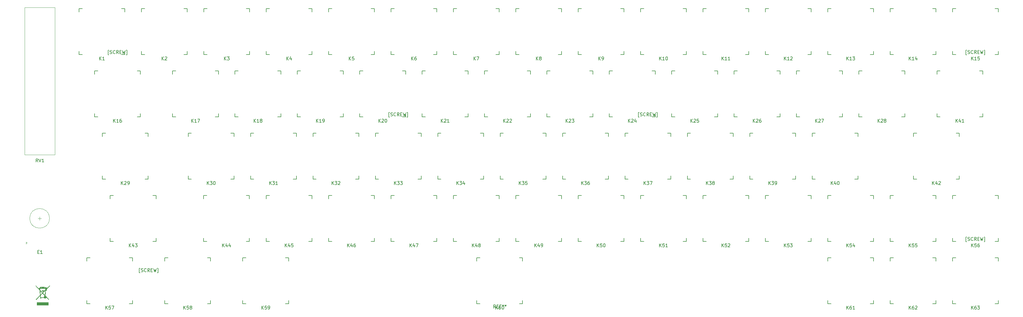
<source format=gto>
G04 #@! TF.GenerationSoftware,KiCad,Pcbnew,(5.99.0-208-ga1d3f3486)*
G04 #@! TF.CreationDate,2020-08-15T19:48:29+07:00*
G04 #@! TF.ProjectId,pheromone_ansi,70686572-6f6d-46f6-9e65-5f616e73692e,rev?*
G04 #@! TF.SameCoordinates,Original*
G04 #@! TF.FileFunction,Legend,Top*
G04 #@! TF.FilePolarity,Positive*
%FSLAX46Y46*%
G04 Gerber Fmt 4.6, Leading zero omitted, Abs format (unit mm)*
G04 Created by KiCad (PCBNEW (5.99.0-208-ga1d3f3486)) date 2020-08-15 19:48:29*
%MOMM*%
%LPD*%
G04 APERTURE LIST*
%ADD10C,0.150000*%
%ADD11C,0.010000*%
%ADD12C,0.120000*%
G04 APERTURE END LIST*
D10*
X78437500Y-122681250D02*
X78437500Y-123681250D01*
X78437500Y-109681250D02*
X77437500Y-109681250D01*
X77437500Y-123681250D02*
X78437500Y-123681250D01*
X78437500Y-109681250D02*
X78437500Y-110681250D01*
X64437500Y-110681250D02*
X64437500Y-109681250D01*
X64437500Y-123681250D02*
X65437500Y-123681250D01*
X65437500Y-109681250D02*
X64437500Y-109681250D01*
X64437500Y-123681250D02*
X64437500Y-122681250D01*
X76056250Y-103631250D02*
X76056250Y-104631250D01*
X76056250Y-90631250D02*
X75056250Y-90631250D01*
X75056250Y-104631250D02*
X76056250Y-104631250D01*
X76056250Y-90631250D02*
X76056250Y-91631250D01*
X62056250Y-91631250D02*
X62056250Y-90631250D01*
X62056250Y-104631250D02*
X63056250Y-104631250D01*
X63056250Y-90631250D02*
X62056250Y-90631250D01*
X62056250Y-104631250D02*
X62056250Y-103631250D01*
X73675000Y-84581250D02*
X73675000Y-85581250D01*
X73675000Y-71581250D02*
X72675000Y-71581250D01*
X72675000Y-85581250D02*
X73675000Y-85581250D01*
X73675000Y-71581250D02*
X73675000Y-72581250D01*
X59675000Y-72581250D02*
X59675000Y-71581250D01*
X59675000Y-85581250D02*
X60675000Y-85581250D01*
X60675000Y-71581250D02*
X59675000Y-71581250D01*
X59675000Y-85581250D02*
X59675000Y-84581250D01*
X190356250Y-141731250D02*
X190356250Y-142731250D01*
X190356250Y-128731250D02*
X189356250Y-128731250D01*
X189356250Y-142731250D02*
X190356250Y-142731250D01*
X190356250Y-128731250D02*
X190356250Y-129731250D01*
X176356250Y-129731250D02*
X176356250Y-128731250D01*
X176356250Y-142731250D02*
X177356250Y-142731250D01*
X177356250Y-128731250D02*
X176356250Y-128731250D01*
X176356250Y-142731250D02*
X176356250Y-141731250D01*
X118918750Y-141731250D02*
X118918750Y-142731250D01*
X118918750Y-128731250D02*
X117918750Y-128731250D01*
X117918750Y-142731250D02*
X118918750Y-142731250D01*
X118918750Y-128731250D02*
X118918750Y-129731250D01*
X104918750Y-129731250D02*
X104918750Y-128731250D01*
X104918750Y-142731250D02*
X105918750Y-142731250D01*
X105918750Y-128731250D02*
X104918750Y-128731250D01*
X104918750Y-142731250D02*
X104918750Y-141731250D01*
X95106250Y-141731250D02*
X95106250Y-142731250D01*
X95106250Y-128731250D02*
X94106250Y-128731250D01*
X94106250Y-142731250D02*
X95106250Y-142731250D01*
X95106250Y-128731250D02*
X95106250Y-129731250D01*
X81106250Y-129731250D02*
X81106250Y-128731250D01*
X81106250Y-142731250D02*
X82106250Y-142731250D01*
X82106250Y-128731250D02*
X81106250Y-128731250D01*
X81106250Y-142731250D02*
X81106250Y-141731250D01*
X71293750Y-141731250D02*
X71293750Y-142731250D01*
X71293750Y-128731250D02*
X70293750Y-128731250D01*
X70293750Y-142731250D02*
X71293750Y-142731250D01*
X71293750Y-128731250D02*
X71293750Y-129731250D01*
X57293750Y-129731250D02*
X57293750Y-128731250D01*
X57293750Y-142731250D02*
X58293750Y-142731250D01*
X58293750Y-128731250D02*
X57293750Y-128731250D01*
X57293750Y-142731250D02*
X57293750Y-141731250D01*
X323706250Y-103631250D02*
X323706250Y-104631250D01*
X323706250Y-90631250D02*
X322706250Y-90631250D01*
X322706250Y-104631250D02*
X323706250Y-104631250D01*
X323706250Y-90631250D02*
X323706250Y-91631250D01*
X309706250Y-91631250D02*
X309706250Y-90631250D01*
X309706250Y-104631250D02*
X310706250Y-104631250D01*
X310706250Y-90631250D02*
X309706250Y-90631250D01*
X309706250Y-104631250D02*
X309706250Y-103631250D01*
X68912500Y-65531250D02*
X68912500Y-66531250D01*
X68912500Y-52531250D02*
X67912500Y-52531250D01*
X67912500Y-66531250D02*
X68912500Y-66531250D01*
X68912500Y-52531250D02*
X68912500Y-53531250D01*
X54912500Y-53531250D02*
X54912500Y-52531250D01*
X54912500Y-66531250D02*
X55912500Y-66531250D01*
X55912500Y-52531250D02*
X54912500Y-52531250D01*
X54912500Y-66531250D02*
X54912500Y-65531250D01*
X335612500Y-141731250D02*
X335612500Y-142731250D01*
X335612500Y-128731250D02*
X334612500Y-128731250D01*
X334612500Y-142731250D02*
X335612500Y-142731250D01*
X335612500Y-128731250D02*
X335612500Y-129731250D01*
X321612500Y-129731250D02*
X321612500Y-128731250D01*
X321612500Y-142731250D02*
X322612500Y-142731250D01*
X322612500Y-128731250D02*
X321612500Y-128731250D01*
X321612500Y-142731250D02*
X321612500Y-141731250D01*
X316562500Y-141731250D02*
X316562500Y-142731250D01*
X316562500Y-128731250D02*
X315562500Y-128731250D01*
X315562500Y-142731250D02*
X316562500Y-142731250D01*
X316562500Y-128731250D02*
X316562500Y-129731250D01*
X302562500Y-129731250D02*
X302562500Y-128731250D01*
X302562500Y-142731250D02*
X303562500Y-142731250D01*
X303562500Y-128731250D02*
X302562500Y-128731250D01*
X302562500Y-142731250D02*
X302562500Y-141731250D01*
X297512500Y-141731250D02*
X297512500Y-142731250D01*
X297512500Y-128731250D02*
X296512500Y-128731250D01*
X296512500Y-142731250D02*
X297512500Y-142731250D01*
X297512500Y-128731250D02*
X297512500Y-129731250D01*
X283512500Y-129731250D02*
X283512500Y-128731250D01*
X283512500Y-142731250D02*
X284512500Y-142731250D01*
X284512500Y-128731250D02*
X283512500Y-128731250D01*
X283512500Y-142731250D02*
X283512500Y-141731250D01*
X335612500Y-122681250D02*
X335612500Y-123681250D01*
X335612500Y-109681250D02*
X334612500Y-109681250D01*
X334612500Y-123681250D02*
X335612500Y-123681250D01*
X335612500Y-109681250D02*
X335612500Y-110681250D01*
X321612500Y-110681250D02*
X321612500Y-109681250D01*
X321612500Y-123681250D02*
X322612500Y-123681250D01*
X322612500Y-109681250D02*
X321612500Y-109681250D01*
X321612500Y-123681250D02*
X321612500Y-122681250D01*
X316562500Y-122681250D02*
X316562500Y-123681250D01*
X316562500Y-109681250D02*
X315562500Y-109681250D01*
X315562500Y-123681250D02*
X316562500Y-123681250D01*
X316562500Y-109681250D02*
X316562500Y-110681250D01*
X302562500Y-110681250D02*
X302562500Y-109681250D01*
X302562500Y-123681250D02*
X303562500Y-123681250D01*
X303562500Y-109681250D02*
X302562500Y-109681250D01*
X302562500Y-123681250D02*
X302562500Y-122681250D01*
X297512500Y-122681250D02*
X297512500Y-123681250D01*
X297512500Y-109681250D02*
X296512500Y-109681250D01*
X296512500Y-123681250D02*
X297512500Y-123681250D01*
X297512500Y-109681250D02*
X297512500Y-110681250D01*
X283512500Y-110681250D02*
X283512500Y-109681250D01*
X283512500Y-123681250D02*
X284512500Y-123681250D01*
X284512500Y-109681250D02*
X283512500Y-109681250D01*
X283512500Y-123681250D02*
X283512500Y-122681250D01*
X278462500Y-122681250D02*
X278462500Y-123681250D01*
X278462500Y-109681250D02*
X277462500Y-109681250D01*
X277462500Y-123681250D02*
X278462500Y-123681250D01*
X278462500Y-109681250D02*
X278462500Y-110681250D01*
X264462500Y-110681250D02*
X264462500Y-109681250D01*
X264462500Y-123681250D02*
X265462500Y-123681250D01*
X265462500Y-109681250D02*
X264462500Y-109681250D01*
X264462500Y-123681250D02*
X264462500Y-122681250D01*
X259412500Y-122681250D02*
X259412500Y-123681250D01*
X259412500Y-109681250D02*
X258412500Y-109681250D01*
X258412500Y-123681250D02*
X259412500Y-123681250D01*
X259412500Y-109681250D02*
X259412500Y-110681250D01*
X245412500Y-110681250D02*
X245412500Y-109681250D01*
X245412500Y-123681250D02*
X246412500Y-123681250D01*
X246412500Y-109681250D02*
X245412500Y-109681250D01*
X245412500Y-123681250D02*
X245412500Y-122681250D01*
X240362500Y-122681250D02*
X240362500Y-123681250D01*
X240362500Y-109681250D02*
X239362500Y-109681250D01*
X239362500Y-123681250D02*
X240362500Y-123681250D01*
X240362500Y-109681250D02*
X240362500Y-110681250D01*
X226362500Y-110681250D02*
X226362500Y-109681250D01*
X226362500Y-123681250D02*
X227362500Y-123681250D01*
X227362500Y-109681250D02*
X226362500Y-109681250D01*
X226362500Y-123681250D02*
X226362500Y-122681250D01*
X221312500Y-122681250D02*
X221312500Y-123681250D01*
X221312500Y-109681250D02*
X220312500Y-109681250D01*
X220312500Y-123681250D02*
X221312500Y-123681250D01*
X221312500Y-109681250D02*
X221312500Y-110681250D01*
X207312500Y-110681250D02*
X207312500Y-109681250D01*
X207312500Y-123681250D02*
X208312500Y-123681250D01*
X208312500Y-109681250D02*
X207312500Y-109681250D01*
X207312500Y-123681250D02*
X207312500Y-122681250D01*
X202262500Y-122681250D02*
X202262500Y-123681250D01*
X202262500Y-109681250D02*
X201262500Y-109681250D01*
X201262500Y-123681250D02*
X202262500Y-123681250D01*
X202262500Y-109681250D02*
X202262500Y-110681250D01*
X188262500Y-110681250D02*
X188262500Y-109681250D01*
X188262500Y-123681250D02*
X189262500Y-123681250D01*
X189262500Y-109681250D02*
X188262500Y-109681250D01*
X188262500Y-123681250D02*
X188262500Y-122681250D01*
X183212500Y-122681250D02*
X183212500Y-123681250D01*
X183212500Y-109681250D02*
X182212500Y-109681250D01*
X182212500Y-123681250D02*
X183212500Y-123681250D01*
X183212500Y-109681250D02*
X183212500Y-110681250D01*
X169212500Y-110681250D02*
X169212500Y-109681250D01*
X169212500Y-123681250D02*
X170212500Y-123681250D01*
X170212500Y-109681250D02*
X169212500Y-109681250D01*
X169212500Y-123681250D02*
X169212500Y-122681250D01*
X164162500Y-122681250D02*
X164162500Y-123681250D01*
X164162500Y-109681250D02*
X163162500Y-109681250D01*
X163162500Y-123681250D02*
X164162500Y-123681250D01*
X164162500Y-109681250D02*
X164162500Y-110681250D01*
X150162500Y-110681250D02*
X150162500Y-109681250D01*
X150162500Y-123681250D02*
X151162500Y-123681250D01*
X151162500Y-109681250D02*
X150162500Y-109681250D01*
X150162500Y-123681250D02*
X150162500Y-122681250D01*
X145112500Y-122681250D02*
X145112500Y-123681250D01*
X145112500Y-109681250D02*
X144112500Y-109681250D01*
X144112500Y-123681250D02*
X145112500Y-123681250D01*
X145112500Y-109681250D02*
X145112500Y-110681250D01*
X131112500Y-110681250D02*
X131112500Y-109681250D01*
X131112500Y-123681250D02*
X132112500Y-123681250D01*
X132112500Y-109681250D02*
X131112500Y-109681250D01*
X131112500Y-123681250D02*
X131112500Y-122681250D01*
X126062500Y-122681250D02*
X126062500Y-123681250D01*
X126062500Y-109681250D02*
X125062500Y-109681250D01*
X125062500Y-123681250D02*
X126062500Y-123681250D01*
X126062500Y-109681250D02*
X126062500Y-110681250D01*
X112062500Y-110681250D02*
X112062500Y-109681250D01*
X112062500Y-123681250D02*
X113062500Y-123681250D01*
X113062500Y-109681250D02*
X112062500Y-109681250D01*
X112062500Y-123681250D02*
X112062500Y-122681250D01*
X106953750Y-122681250D02*
X106953750Y-123681250D01*
X106953750Y-109681250D02*
X105953750Y-109681250D01*
X105953750Y-123681250D02*
X106953750Y-123681250D01*
X106953750Y-109681250D02*
X106953750Y-110681250D01*
X92953750Y-110681250D02*
X92953750Y-109681250D01*
X92953750Y-123681250D02*
X93953750Y-123681250D01*
X93953750Y-109681250D02*
X92953750Y-109681250D01*
X92953750Y-123681250D02*
X92953750Y-122681250D01*
X330850000Y-84581250D02*
X330850000Y-85581250D01*
X330850000Y-71581250D02*
X329850000Y-71581250D01*
X329850000Y-85581250D02*
X330850000Y-85581250D01*
X330850000Y-71581250D02*
X330850000Y-72581250D01*
X316850000Y-72581250D02*
X316850000Y-71581250D01*
X316850000Y-85581250D02*
X317850000Y-85581250D01*
X317850000Y-71581250D02*
X316850000Y-71581250D01*
X316850000Y-85581250D02*
X316850000Y-84581250D01*
X292750000Y-103631250D02*
X292750000Y-104631250D01*
X292750000Y-90631250D02*
X291750000Y-90631250D01*
X291750000Y-104631250D02*
X292750000Y-104631250D01*
X292750000Y-90631250D02*
X292750000Y-91631250D01*
X278750000Y-91631250D02*
X278750000Y-90631250D01*
X278750000Y-104631250D02*
X279750000Y-104631250D01*
X279750000Y-90631250D02*
X278750000Y-90631250D01*
X278750000Y-104631250D02*
X278750000Y-103631250D01*
X273700000Y-103631250D02*
X273700000Y-104631250D01*
X273700000Y-90631250D02*
X272700000Y-90631250D01*
X272700000Y-104631250D02*
X273700000Y-104631250D01*
X273700000Y-90631250D02*
X273700000Y-91631250D01*
X259700000Y-91631250D02*
X259700000Y-90631250D01*
X259700000Y-104631250D02*
X260700000Y-104631250D01*
X260700000Y-90631250D02*
X259700000Y-90631250D01*
X259700000Y-104631250D02*
X259700000Y-103631250D01*
X254650000Y-103631250D02*
X254650000Y-104631250D01*
X254650000Y-90631250D02*
X253650000Y-90631250D01*
X253650000Y-104631250D02*
X254650000Y-104631250D01*
X254650000Y-90631250D02*
X254650000Y-91631250D01*
X240650000Y-91631250D02*
X240650000Y-90631250D01*
X240650000Y-104631250D02*
X241650000Y-104631250D01*
X241650000Y-90631250D02*
X240650000Y-90631250D01*
X240650000Y-104631250D02*
X240650000Y-103631250D01*
X235600000Y-103631250D02*
X235600000Y-104631250D01*
X235600000Y-90631250D02*
X234600000Y-90631250D01*
X234600000Y-104631250D02*
X235600000Y-104631250D01*
X235600000Y-90631250D02*
X235600000Y-91631250D01*
X221600000Y-91631250D02*
X221600000Y-90631250D01*
X221600000Y-104631250D02*
X222600000Y-104631250D01*
X222600000Y-90631250D02*
X221600000Y-90631250D01*
X221600000Y-104631250D02*
X221600000Y-103631250D01*
X216550000Y-103631250D02*
X216550000Y-104631250D01*
X216550000Y-90631250D02*
X215550000Y-90631250D01*
X215550000Y-104631250D02*
X216550000Y-104631250D01*
X216550000Y-90631250D02*
X216550000Y-91631250D01*
X202550000Y-91631250D02*
X202550000Y-90631250D01*
X202550000Y-104631250D02*
X203550000Y-104631250D01*
X203550000Y-90631250D02*
X202550000Y-90631250D01*
X202550000Y-104631250D02*
X202550000Y-103631250D01*
X197500000Y-103631250D02*
X197500000Y-104631250D01*
X197500000Y-90631250D02*
X196500000Y-90631250D01*
X196500000Y-104631250D02*
X197500000Y-104631250D01*
X197500000Y-90631250D02*
X197500000Y-91631250D01*
X183500000Y-91631250D02*
X183500000Y-90631250D01*
X183500000Y-104631250D02*
X184500000Y-104631250D01*
X184500000Y-90631250D02*
X183500000Y-90631250D01*
X183500000Y-104631250D02*
X183500000Y-103631250D01*
X178450000Y-103631250D02*
X178450000Y-104631250D01*
X178450000Y-90631250D02*
X177450000Y-90631250D01*
X177450000Y-104631250D02*
X178450000Y-104631250D01*
X178450000Y-90631250D02*
X178450000Y-91631250D01*
X164450000Y-91631250D02*
X164450000Y-90631250D01*
X164450000Y-104631250D02*
X165450000Y-104631250D01*
X165450000Y-90631250D02*
X164450000Y-90631250D01*
X164450000Y-104631250D02*
X164450000Y-103631250D01*
X159400000Y-103631250D02*
X159400000Y-104631250D01*
X159400000Y-90631250D02*
X158400000Y-90631250D01*
X158400000Y-104631250D02*
X159400000Y-104631250D01*
X159400000Y-90631250D02*
X159400000Y-91631250D01*
X145400000Y-91631250D02*
X145400000Y-90631250D01*
X145400000Y-104631250D02*
X146400000Y-104631250D01*
X146400000Y-90631250D02*
X145400000Y-90631250D01*
X145400000Y-104631250D02*
X145400000Y-103631250D01*
X140350000Y-103631250D02*
X140350000Y-104631250D01*
X140350000Y-90631250D02*
X139350000Y-90631250D01*
X139350000Y-104631250D02*
X140350000Y-104631250D01*
X140350000Y-90631250D02*
X140350000Y-91631250D01*
X126350000Y-91631250D02*
X126350000Y-90631250D01*
X126350000Y-104631250D02*
X127350000Y-104631250D01*
X127350000Y-90631250D02*
X126350000Y-90631250D01*
X126350000Y-104631250D02*
X126350000Y-103631250D01*
X121300000Y-103631250D02*
X121300000Y-104631250D01*
X121300000Y-90631250D02*
X120300000Y-90631250D01*
X120300000Y-104631250D02*
X121300000Y-104631250D01*
X121300000Y-90631250D02*
X121300000Y-91631250D01*
X107300000Y-91631250D02*
X107300000Y-90631250D01*
X107300000Y-104631250D02*
X108300000Y-104631250D01*
X108300000Y-90631250D02*
X107300000Y-90631250D01*
X107300000Y-104631250D02*
X107300000Y-103631250D01*
X102250000Y-103631250D02*
X102250000Y-104631250D01*
X102250000Y-90631250D02*
X101250000Y-90631250D01*
X101250000Y-104631250D02*
X102250000Y-104631250D01*
X102250000Y-90631250D02*
X102250000Y-91631250D01*
X88250000Y-91631250D02*
X88250000Y-90631250D01*
X88250000Y-104631250D02*
X89250000Y-104631250D01*
X89250000Y-90631250D02*
X88250000Y-90631250D01*
X88250000Y-104631250D02*
X88250000Y-103631250D01*
X307037500Y-84581250D02*
X307037500Y-85581250D01*
X307037500Y-71581250D02*
X306037500Y-71581250D01*
X306037500Y-85581250D02*
X307037500Y-85581250D01*
X307037500Y-71581250D02*
X307037500Y-72581250D01*
X293037500Y-72581250D02*
X293037500Y-71581250D01*
X293037500Y-85581250D02*
X294037500Y-85581250D01*
X294037500Y-71581250D02*
X293037500Y-71581250D01*
X293037500Y-85581250D02*
X293037500Y-84581250D01*
X287987500Y-84581250D02*
X287987500Y-85581250D01*
X287987500Y-71581250D02*
X286987500Y-71581250D01*
X286987500Y-85581250D02*
X287987500Y-85581250D01*
X287987500Y-71581250D02*
X287987500Y-72581250D01*
X273987500Y-72581250D02*
X273987500Y-71581250D01*
X273987500Y-85581250D02*
X274987500Y-85581250D01*
X274987500Y-71581250D02*
X273987500Y-71581250D01*
X273987500Y-85581250D02*
X273987500Y-84581250D01*
X268937500Y-84581250D02*
X268937500Y-85581250D01*
X268937500Y-71581250D02*
X267937500Y-71581250D01*
X267937500Y-85581250D02*
X268937500Y-85581250D01*
X268937500Y-71581250D02*
X268937500Y-72581250D01*
X254937500Y-72581250D02*
X254937500Y-71581250D01*
X254937500Y-85581250D02*
X255937500Y-85581250D01*
X255937500Y-71581250D02*
X254937500Y-71581250D01*
X254937500Y-85581250D02*
X254937500Y-84581250D01*
X249887500Y-84581250D02*
X249887500Y-85581250D01*
X249887500Y-71581250D02*
X248887500Y-71581250D01*
X248887500Y-85581250D02*
X249887500Y-85581250D01*
X249887500Y-71581250D02*
X249887500Y-72581250D01*
X235887500Y-72581250D02*
X235887500Y-71581250D01*
X235887500Y-85581250D02*
X236887500Y-85581250D01*
X236887500Y-71581250D02*
X235887500Y-71581250D01*
X235887500Y-85581250D02*
X235887500Y-84581250D01*
X230837500Y-84581250D02*
X230837500Y-85581250D01*
X230837500Y-71581250D02*
X229837500Y-71581250D01*
X229837500Y-85581250D02*
X230837500Y-85581250D01*
X230837500Y-71581250D02*
X230837500Y-72581250D01*
X216837500Y-72581250D02*
X216837500Y-71581250D01*
X216837500Y-85581250D02*
X217837500Y-85581250D01*
X217837500Y-71581250D02*
X216837500Y-71581250D01*
X216837500Y-85581250D02*
X216837500Y-84581250D01*
X211787500Y-84581250D02*
X211787500Y-85581250D01*
X211787500Y-71581250D02*
X210787500Y-71581250D01*
X210787500Y-85581250D02*
X211787500Y-85581250D01*
X211787500Y-71581250D02*
X211787500Y-72581250D01*
X197787500Y-72581250D02*
X197787500Y-71581250D01*
X197787500Y-85581250D02*
X198787500Y-85581250D01*
X198787500Y-71581250D02*
X197787500Y-71581250D01*
X197787500Y-85581250D02*
X197787500Y-84581250D01*
X192737500Y-84581250D02*
X192737500Y-85581250D01*
X192737500Y-71581250D02*
X191737500Y-71581250D01*
X191737500Y-85581250D02*
X192737500Y-85581250D01*
X192737500Y-71581250D02*
X192737500Y-72581250D01*
X178737500Y-72581250D02*
X178737500Y-71581250D01*
X178737500Y-85581250D02*
X179737500Y-85581250D01*
X179737500Y-71581250D02*
X178737500Y-71581250D01*
X178737500Y-85581250D02*
X178737500Y-84581250D01*
X173687500Y-84581250D02*
X173687500Y-85581250D01*
X173687500Y-71581250D02*
X172687500Y-71581250D01*
X172687500Y-85581250D02*
X173687500Y-85581250D01*
X173687500Y-71581250D02*
X173687500Y-72581250D01*
X159687500Y-72581250D02*
X159687500Y-71581250D01*
X159687500Y-85581250D02*
X160687500Y-85581250D01*
X160687500Y-71581250D02*
X159687500Y-71581250D01*
X159687500Y-85581250D02*
X159687500Y-84581250D01*
X154637500Y-84581250D02*
X154637500Y-85581250D01*
X154637500Y-71581250D02*
X153637500Y-71581250D01*
X153637500Y-85581250D02*
X154637500Y-85581250D01*
X154637500Y-71581250D02*
X154637500Y-72581250D01*
X140637500Y-72581250D02*
X140637500Y-71581250D01*
X140637500Y-85581250D02*
X141637500Y-85581250D01*
X141637500Y-71581250D02*
X140637500Y-71581250D01*
X140637500Y-85581250D02*
X140637500Y-84581250D01*
X135587500Y-84581250D02*
X135587500Y-85581250D01*
X135587500Y-71581250D02*
X134587500Y-71581250D01*
X134587500Y-85581250D02*
X135587500Y-85581250D01*
X135587500Y-71581250D02*
X135587500Y-72581250D01*
X121587500Y-72581250D02*
X121587500Y-71581250D01*
X121587500Y-85581250D02*
X122587500Y-85581250D01*
X122587500Y-71581250D02*
X121587500Y-71581250D01*
X121587500Y-85581250D02*
X121587500Y-84581250D01*
X116537500Y-84581250D02*
X116537500Y-85581250D01*
X116537500Y-71581250D02*
X115537500Y-71581250D01*
X115537500Y-85581250D02*
X116537500Y-85581250D01*
X116537500Y-71581250D02*
X116537500Y-72581250D01*
X102537500Y-72581250D02*
X102537500Y-71581250D01*
X102537500Y-85581250D02*
X103537500Y-85581250D01*
X103537500Y-71581250D02*
X102537500Y-71581250D01*
X102537500Y-85581250D02*
X102537500Y-84581250D01*
X97487500Y-84581250D02*
X97487500Y-85581250D01*
X97487500Y-71581250D02*
X96487500Y-71581250D01*
X96487500Y-85581250D02*
X97487500Y-85581250D01*
X97487500Y-71581250D02*
X97487500Y-72581250D01*
X83487500Y-72581250D02*
X83487500Y-71581250D01*
X83487500Y-85581250D02*
X84487500Y-85581250D01*
X84487500Y-71581250D02*
X83487500Y-71581250D01*
X83487500Y-85581250D02*
X83487500Y-84581250D01*
X335612500Y-65531250D02*
X335612500Y-66531250D01*
X335612500Y-52531250D02*
X334612500Y-52531250D01*
X334612500Y-66531250D02*
X335612500Y-66531250D01*
X335612500Y-52531250D02*
X335612500Y-53531250D01*
X321612500Y-53531250D02*
X321612500Y-52531250D01*
X321612500Y-66531250D02*
X322612500Y-66531250D01*
X322612500Y-52531250D02*
X321612500Y-52531250D01*
X321612500Y-66531250D02*
X321612500Y-65531250D01*
X316562500Y-65531250D02*
X316562500Y-66531250D01*
X316562500Y-52531250D02*
X315562500Y-52531250D01*
X315562500Y-66531250D02*
X316562500Y-66531250D01*
X316562500Y-52531250D02*
X316562500Y-53531250D01*
X302562500Y-53531250D02*
X302562500Y-52531250D01*
X302562500Y-66531250D02*
X303562500Y-66531250D01*
X303562500Y-52531250D02*
X302562500Y-52531250D01*
X302562500Y-66531250D02*
X302562500Y-65531250D01*
X297512500Y-65531250D02*
X297512500Y-66531250D01*
X297512500Y-52531250D02*
X296512500Y-52531250D01*
X296512500Y-66531250D02*
X297512500Y-66531250D01*
X297512500Y-52531250D02*
X297512500Y-53531250D01*
X283512500Y-53531250D02*
X283512500Y-52531250D01*
X283512500Y-66531250D02*
X284512500Y-66531250D01*
X284512500Y-52531250D02*
X283512500Y-52531250D01*
X283512500Y-66531250D02*
X283512500Y-65531250D01*
X278462500Y-65531250D02*
X278462500Y-66531250D01*
X278462500Y-52531250D02*
X277462500Y-52531250D01*
X277462500Y-66531250D02*
X278462500Y-66531250D01*
X278462500Y-52531250D02*
X278462500Y-53531250D01*
X264462500Y-53531250D02*
X264462500Y-52531250D01*
X264462500Y-66531250D02*
X265462500Y-66531250D01*
X265462500Y-52531250D02*
X264462500Y-52531250D01*
X264462500Y-66531250D02*
X264462500Y-65531250D01*
X259412500Y-65531250D02*
X259412500Y-66531250D01*
X259412500Y-52531250D02*
X258412500Y-52531250D01*
X258412500Y-66531250D02*
X259412500Y-66531250D01*
X259412500Y-52531250D02*
X259412500Y-53531250D01*
X245412500Y-53531250D02*
X245412500Y-52531250D01*
X245412500Y-66531250D02*
X246412500Y-66531250D01*
X246412500Y-52531250D02*
X245412500Y-52531250D01*
X245412500Y-66531250D02*
X245412500Y-65531250D01*
X240362500Y-65531250D02*
X240362500Y-66531250D01*
X240362500Y-52531250D02*
X239362500Y-52531250D01*
X239362500Y-66531250D02*
X240362500Y-66531250D01*
X240362500Y-52531250D02*
X240362500Y-53531250D01*
X226362500Y-53531250D02*
X226362500Y-52531250D01*
X226362500Y-66531250D02*
X227362500Y-66531250D01*
X227362500Y-52531250D02*
X226362500Y-52531250D01*
X226362500Y-66531250D02*
X226362500Y-65531250D01*
X221312500Y-65531250D02*
X221312500Y-66531250D01*
X221312500Y-52531250D02*
X220312500Y-52531250D01*
X220312500Y-66531250D02*
X221312500Y-66531250D01*
X221312500Y-52531250D02*
X221312500Y-53531250D01*
X207312500Y-53531250D02*
X207312500Y-52531250D01*
X207312500Y-66531250D02*
X208312500Y-66531250D01*
X208312500Y-52531250D02*
X207312500Y-52531250D01*
X207312500Y-66531250D02*
X207312500Y-65531250D01*
X202262500Y-65531250D02*
X202262500Y-66531250D01*
X202262500Y-52531250D02*
X201262500Y-52531250D01*
X201262500Y-66531250D02*
X202262500Y-66531250D01*
X202262500Y-52531250D02*
X202262500Y-53531250D01*
X188262500Y-53531250D02*
X188262500Y-52531250D01*
X188262500Y-66531250D02*
X189262500Y-66531250D01*
X189262500Y-52531250D02*
X188262500Y-52531250D01*
X188262500Y-66531250D02*
X188262500Y-65531250D01*
X183212500Y-65531250D02*
X183212500Y-66531250D01*
X183212500Y-52531250D02*
X182212500Y-52531250D01*
X182212500Y-66531250D02*
X183212500Y-66531250D01*
X183212500Y-52531250D02*
X183212500Y-53531250D01*
X169212500Y-53531250D02*
X169212500Y-52531250D01*
X169212500Y-66531250D02*
X170212500Y-66531250D01*
X170212500Y-52531250D02*
X169212500Y-52531250D01*
X169212500Y-66531250D02*
X169212500Y-65531250D01*
X164162500Y-65531250D02*
X164162500Y-66531250D01*
X164162500Y-52531250D02*
X163162500Y-52531250D01*
X163162500Y-66531250D02*
X164162500Y-66531250D01*
X164162500Y-52531250D02*
X164162500Y-53531250D01*
X150162500Y-53531250D02*
X150162500Y-52531250D01*
X150162500Y-66531250D02*
X151162500Y-66531250D01*
X151162500Y-52531250D02*
X150162500Y-52531250D01*
X150162500Y-66531250D02*
X150162500Y-65531250D01*
X145112500Y-65531250D02*
X145112500Y-66531250D01*
X145112500Y-52531250D02*
X144112500Y-52531250D01*
X144112500Y-66531250D02*
X145112500Y-66531250D01*
X145112500Y-52531250D02*
X145112500Y-53531250D01*
X131112500Y-53531250D02*
X131112500Y-52531250D01*
X131112500Y-66531250D02*
X132112500Y-66531250D01*
X132112500Y-52531250D02*
X131112500Y-52531250D01*
X131112500Y-66531250D02*
X131112500Y-65531250D01*
X126062500Y-65531250D02*
X126062500Y-66531250D01*
X126062500Y-52531250D02*
X125062500Y-52531250D01*
X125062500Y-66531250D02*
X126062500Y-66531250D01*
X126062500Y-52531250D02*
X126062500Y-53531250D01*
X112062500Y-53531250D02*
X112062500Y-52531250D01*
X112062500Y-66531250D02*
X113062500Y-66531250D01*
X113062500Y-52531250D02*
X112062500Y-52531250D01*
X112062500Y-66531250D02*
X112062500Y-65531250D01*
X107012500Y-65531250D02*
X107012500Y-66531250D01*
X107012500Y-52531250D02*
X106012500Y-52531250D01*
X106012500Y-66531250D02*
X107012500Y-66531250D01*
X107012500Y-52531250D02*
X107012500Y-53531250D01*
X93012500Y-53531250D02*
X93012500Y-52531250D01*
X93012500Y-66531250D02*
X94012500Y-66531250D01*
X94012500Y-52531250D02*
X93012500Y-52531250D01*
X93012500Y-66531250D02*
X93012500Y-65531250D01*
X87962500Y-65531250D02*
X87962500Y-66531250D01*
X87962500Y-52531250D02*
X86962500Y-52531250D01*
X86962500Y-66531250D02*
X87962500Y-66531250D01*
X87962500Y-52531250D02*
X87962500Y-53531250D01*
X73962500Y-53531250D02*
X73962500Y-52531250D01*
X73962500Y-66531250D02*
X74962500Y-66531250D01*
X74962500Y-52531250D02*
X73962500Y-52531250D01*
X73962500Y-66531250D02*
X73962500Y-65531250D01*
D11*
G36*
X45547822Y-143217822D02*
G01*
X42027029Y-143217822D01*
X42027029Y-142350198D01*
X45547822Y-142350198D01*
X45547822Y-143217822D01*
X45547822Y-143217822D01*
G37*
X45547822Y-143217822D02*
X42027029Y-143217822D01*
X42027029Y-142350198D01*
X45547822Y-142350198D01*
X45547822Y-143217822D01*
G36*
X42994529Y-140137599D02*
G01*
X43005749Y-140119808D01*
X43008246Y-140111570D01*
X43007300Y-140093590D01*
X43004427Y-140052892D01*
X42999813Y-139991819D01*
X42993642Y-139912713D01*
X42986102Y-139817914D01*
X42977379Y-139709767D01*
X42967657Y-139590612D01*
X42957124Y-139462791D01*
X42948635Y-139360635D01*
X42900604Y-138784674D01*
X43024195Y-138784674D01*
X43024727Y-138797104D01*
X43027231Y-138832110D01*
X43031504Y-138887215D01*
X43037347Y-138959943D01*
X43044557Y-139047814D01*
X43052934Y-139148351D01*
X43062277Y-139259077D01*
X43071242Y-139364205D01*
X43081398Y-139483483D01*
X43090858Y-139596080D01*
X43099404Y-139699305D01*
X43106821Y-139790473D01*
X43112892Y-139866895D01*
X43117399Y-139925883D01*
X43120127Y-139964749D01*
X43120884Y-139979844D01*
X43122065Y-139989238D01*
X43126744Y-139992966D01*
X43136724Y-139989471D01*
X43153810Y-139977199D01*
X43179804Y-139954594D01*
X43216510Y-139920100D01*
X43265733Y-139872162D01*
X43329274Y-139809224D01*
X43396695Y-139741968D01*
X43672399Y-139466477D01*
X43670467Y-139464406D01*
X43852710Y-139464406D01*
X43861016Y-139475780D01*
X43884267Y-139502563D01*
X43920135Y-139542292D01*
X43966287Y-139592507D01*
X44020394Y-139650746D01*
X44080126Y-139714547D01*
X44143152Y-139781449D01*
X44207142Y-139848990D01*
X44269764Y-139914710D01*
X44328690Y-139976146D01*
X44381588Y-140030837D01*
X44426128Y-140076322D01*
X44459980Y-140110138D01*
X44480812Y-140129826D01*
X44486494Y-140133837D01*
X44488366Y-140120891D01*
X44492254Y-140085134D01*
X44497943Y-140028804D01*
X44505219Y-139954140D01*
X44513869Y-139863380D01*
X44523678Y-139758762D01*
X44534434Y-139642526D01*
X44545921Y-139516908D01*
X44555093Y-139415618D01*
X44566826Y-139284279D01*
X44577665Y-139160552D01*
X44587430Y-139046681D01*
X44595937Y-138944911D01*
X44603005Y-138857487D01*
X44608451Y-138786653D01*
X44612092Y-138734653D01*
X44613747Y-138703732D01*
X44613558Y-138695703D01*
X44603666Y-138702854D01*
X44578476Y-138725841D01*
X44540190Y-138762439D01*
X44491011Y-138810422D01*
X44433139Y-138867566D01*
X44368778Y-138931647D01*
X44300129Y-139000438D01*
X44229395Y-139071716D01*
X44158778Y-139143255D01*
X44090480Y-139212830D01*
X44026704Y-139278217D01*
X43969650Y-139337191D01*
X43921522Y-139387527D01*
X43884522Y-139426999D01*
X43860852Y-139453383D01*
X43852710Y-139464406D01*
X43670467Y-139464406D01*
X43569591Y-139356295D01*
X43517232Y-139300377D01*
X43458465Y-139237948D01*
X43395615Y-139171443D01*
X43331005Y-139103298D01*
X43266958Y-139035948D01*
X43205797Y-138971828D01*
X43149847Y-138913372D01*
X43101430Y-138863018D01*
X43062870Y-138823198D01*
X43036491Y-138796350D01*
X43024616Y-138784908D01*
X43024195Y-138784674D01*
X42900604Y-138784674D01*
X42888599Y-138640726D01*
X42288062Y-138009158D01*
X41687525Y-137377589D01*
X41687966Y-137289315D01*
X41688408Y-137201040D01*
X41785417Y-137304666D01*
X41839709Y-137362463D01*
X41903808Y-137430368D01*
X41975984Y-137506572D01*
X42054508Y-137589269D01*
X42137651Y-137676653D01*
X42223681Y-137766915D01*
X42310870Y-137858250D01*
X42397487Y-137948849D01*
X42481803Y-138036907D01*
X42562088Y-138120615D01*
X42636613Y-138198167D01*
X42703646Y-138267757D01*
X42761459Y-138327576D01*
X42808321Y-138375818D01*
X42842504Y-138410676D01*
X42862276Y-138430343D01*
X42866610Y-138434116D01*
X42866908Y-138420992D01*
X42865269Y-138387389D01*
X42861977Y-138337880D01*
X42857318Y-138277037D01*
X42855318Y-138252732D01*
X42840423Y-138074951D01*
X42957045Y-138074951D01*
X42963066Y-138103243D01*
X42966137Y-138125618D01*
X42970452Y-138167717D01*
X42975512Y-138224178D01*
X42980819Y-138289635D01*
X42982656Y-138313862D01*
X42988073Y-138383421D01*
X42993541Y-138448018D01*
X42998512Y-138501548D01*
X43002439Y-138537910D01*
X43003325Y-138544509D01*
X43006666Y-138558056D01*
X43013899Y-138573914D01*
X43026560Y-138593861D01*
X43046189Y-138619673D01*
X43074322Y-138653129D01*
X43112498Y-138696007D01*
X43162254Y-138750083D01*
X43225129Y-138817136D01*
X43302659Y-138898943D01*
X43381749Y-138981950D01*
X43460436Y-139064094D01*
X43533888Y-139140169D01*
X43600276Y-139208325D01*
X43657773Y-139266712D01*
X43704549Y-139313481D01*
X43738776Y-139346782D01*
X43758627Y-139364767D01*
X43762860Y-139367442D01*
X43773997Y-139357741D01*
X43800029Y-139332441D01*
X43838430Y-139294082D01*
X43886672Y-139245200D01*
X43942230Y-139188334D01*
X43982408Y-139146906D01*
X44192169Y-138930000D01*
X43573663Y-138930000D01*
X43573663Y-138691089D01*
X44328119Y-138691089D01*
X44328119Y-138797542D01*
X44466435Y-138659654D01*
X44564553Y-138561840D01*
X44755643Y-138561840D01*
X44757471Y-138577270D01*
X44766723Y-138585867D01*
X44789050Y-138589613D01*
X44830105Y-138590489D01*
X44837376Y-138590495D01*
X44919109Y-138590495D01*
X44919109Y-138371172D01*
X44837376Y-138452179D01*
X44791270Y-138501428D01*
X44763694Y-138539159D01*
X44755643Y-138561840D01*
X44564553Y-138561840D01*
X44604752Y-138521766D01*
X44604752Y-138398952D01*
X44605137Y-138342450D01*
X44606900Y-138306505D01*
X44610950Y-138286530D01*
X44618199Y-138277937D01*
X44629130Y-138276139D01*
X44641288Y-138273498D01*
X44650273Y-138262912D01*
X44657174Y-138240381D01*
X44663076Y-138201909D01*
X44669065Y-138143498D01*
X44670987Y-138122104D01*
X44675148Y-138074951D01*
X42957045Y-138074951D01*
X42840423Y-138074951D01*
X42680891Y-138074951D01*
X42680891Y-137961782D01*
X42748686Y-137961782D01*
X42788338Y-137960696D01*
X42809884Y-137955454D01*
X42812520Y-137952334D01*
X42951384Y-137952334D01*
X42958692Y-137959462D01*
X42984007Y-137961662D01*
X43001092Y-137961782D01*
X43058119Y-137961782D01*
X43270779Y-137961782D01*
X44685302Y-137961782D01*
X44637458Y-137912786D01*
X44563150Y-137852324D01*
X44471184Y-137805691D01*
X44360002Y-137772249D01*
X44249529Y-137753753D01*
X44177227Y-137745122D01*
X44177227Y-137836040D01*
X43598812Y-137836040D01*
X43598812Y-137732893D01*
X43513935Y-137741496D01*
X43454632Y-137748756D01*
X43391449Y-137758379D01*
X43353614Y-137765252D01*
X43278168Y-137780407D01*
X43274474Y-137871095D01*
X43270779Y-137961782D01*
X43058119Y-137961782D01*
X43058119Y-137911485D01*
X43056456Y-137879976D01*
X43052303Y-137862463D01*
X43050629Y-137861188D01*
X43032013Y-137869254D01*
X43004817Y-137888820D01*
X42977552Y-137912944D01*
X42958733Y-137934682D01*
X42957057Y-137937508D01*
X42951384Y-137952334D01*
X42812520Y-137952334D01*
X42820338Y-137943081D01*
X42824558Y-137929604D01*
X42841781Y-137894627D01*
X42874862Y-137852579D01*
X42918107Y-137809356D01*
X42965826Y-137770854D01*
X42997170Y-137750801D01*
X43032877Y-137728851D01*
X43051181Y-137710411D01*
X43057612Y-137688668D01*
X43058106Y-137675718D01*
X43058106Y-137672575D01*
X43699406Y-137672575D01*
X43699406Y-137735446D01*
X44076633Y-137735446D01*
X44076633Y-137672575D01*
X43699406Y-137672575D01*
X43058106Y-137672575D01*
X43058119Y-137634852D01*
X43163952Y-137634852D01*
X43212645Y-137636029D01*
X43250595Y-137639165D01*
X43271692Y-137643671D01*
X43273977Y-137645495D01*
X43287359Y-137648295D01*
X43319926Y-137647148D01*
X43366084Y-137642393D01*
X43397624Y-137638003D01*
X43454812Y-137629378D01*
X43507114Y-137621591D01*
X43546418Y-137615847D01*
X43557945Y-137614215D01*
X43588063Y-137604888D01*
X43598812Y-137590272D01*
X43602080Y-137584320D01*
X43613770Y-137579778D01*
X43636712Y-137576470D01*
X43673735Y-137574215D01*
X43727668Y-137572834D01*
X43801340Y-137572150D01*
X43888020Y-137571980D01*
X43980529Y-137572077D01*
X44050906Y-137572530D01*
X44102164Y-137573590D01*
X44137320Y-137575503D01*
X44159389Y-137578519D01*
X44171385Y-137582885D01*
X44176324Y-137588849D01*
X44177227Y-137595784D01*
X44184921Y-137617795D01*
X44210121Y-137630321D01*
X44256009Y-137634788D01*
X44264264Y-137634852D01*
X44341973Y-137642868D01*
X44430233Y-137664936D01*
X44521085Y-137698084D01*
X44606570Y-137739339D01*
X44678726Y-137785731D01*
X44688072Y-137793082D01*
X44718533Y-137816998D01*
X44736572Y-137826576D01*
X44749169Y-137823480D01*
X44762100Y-137810704D01*
X44800293Y-137785678D01*
X44849998Y-137776071D01*
X44903524Y-137781067D01*
X44953178Y-137799851D01*
X44991267Y-137831606D01*
X44994025Y-137835297D01*
X45022526Y-137894575D01*
X45027828Y-137955934D01*
X45010518Y-138014427D01*
X44971180Y-138065104D01*
X44966370Y-138069289D01*
X44938440Y-138089167D01*
X44910102Y-138097921D01*
X44870263Y-138098553D01*
X44860311Y-138097992D01*
X44821332Y-138096562D01*
X44801254Y-138099839D01*
X44793985Y-138109728D01*
X44793240Y-138118961D01*
X44791716Y-138145744D01*
X44787935Y-138186025D01*
X44785218Y-138210124D01*
X44781277Y-138248401D01*
X44782916Y-138267996D01*
X44792421Y-138275158D01*
X44809351Y-138276139D01*
X44819392Y-138272901D01*
X44835590Y-138262420D01*
X44859145Y-138243548D01*
X44891257Y-138215135D01*
X44933128Y-138176035D01*
X44985957Y-138125097D01*
X45050945Y-138061173D01*
X45129291Y-137983114D01*
X45222197Y-137889772D01*
X45330863Y-137779998D01*
X45383231Y-137726952D01*
X45925049Y-137177767D01*
X45924430Y-137264848D01*
X45923811Y-137351931D01*
X45472086Y-137810891D01*
X45020361Y-138269852D01*
X45020032Y-138480471D01*
X45019703Y-138691089D01*
X44744610Y-138691089D01*
X44737522Y-138744530D01*
X44734838Y-138768888D01*
X44730313Y-138814759D01*
X44724191Y-138879405D01*
X44716712Y-138960091D01*
X44708119Y-139054081D01*
X44698654Y-139158637D01*
X44688558Y-139271025D01*
X44678074Y-139388507D01*
X44667444Y-139508348D01*
X44656909Y-139627811D01*
X44646713Y-139744159D01*
X44637095Y-139854657D01*
X44628300Y-139956569D01*
X44620568Y-140047158D01*
X44614142Y-140123687D01*
X44609263Y-140183421D01*
X44606175Y-140223624D01*
X44605117Y-140241559D01*
X44605118Y-140241644D01*
X44612827Y-140256035D01*
X44635981Y-140285748D01*
X44674895Y-140331131D01*
X44729884Y-140392529D01*
X44801264Y-140470288D01*
X44889349Y-140564754D01*
X44994454Y-140676272D01*
X45116895Y-140805188D01*
X45151310Y-140841287D01*
X45697137Y-141413416D01*
X45608881Y-141501436D01*
X45537485Y-141423758D01*
X45511366Y-141395686D01*
X45470566Y-141352274D01*
X45417777Y-141296366D01*
X45355691Y-141230808D01*
X45287000Y-141158441D01*
X45214396Y-141082112D01*
X45170960Y-141036524D01*
X45089416Y-140951119D01*
X45023504Y-140882710D01*
X44971544Y-140830053D01*
X44931855Y-140791905D01*
X44902757Y-140767020D01*
X44882569Y-140754156D01*
X44869610Y-140752068D01*
X44862200Y-140759513D01*
X44858658Y-140775246D01*
X44857303Y-140798023D01*
X44857121Y-140804239D01*
X44847703Y-140847061D01*
X44824497Y-140898819D01*
X44792136Y-140951328D01*
X44755252Y-140996403D01*
X44740493Y-141010328D01*
X44664767Y-141059047D01*
X44576308Y-141086306D01*
X44498100Y-141092773D01*
X44409468Y-141080576D01*
X44327612Y-141044813D01*
X44255164Y-140986722D01*
X44241797Y-140972262D01*
X44192918Y-140916733D01*
X43347326Y-140916733D01*
X43347326Y-141092773D01*
X43120990Y-141092773D01*
X43120990Y-141010531D01*
X43118150Y-140954386D01*
X43108607Y-140915416D01*
X43097009Y-140894219D01*
X43088723Y-140879052D01*
X43081627Y-140857062D01*
X43075252Y-140824987D01*
X43069128Y-140779569D01*
X43062784Y-140717548D01*
X43055750Y-140635662D01*
X43050934Y-140574746D01*
X43028839Y-140289343D01*
X42486435Y-140838805D01*
X42388363Y-140938228D01*
X42294216Y-141033815D01*
X42205715Y-141123810D01*
X42124580Y-141206457D01*
X42052531Y-141280001D01*
X41991288Y-141342684D01*
X41942573Y-141392752D01*
X41908104Y-141428448D01*
X41889621Y-141447995D01*
X41859257Y-141478944D01*
X41833929Y-141500530D01*
X41820305Y-141507723D01*
X41802905Y-141499297D01*
X41777540Y-141478245D01*
X41768942Y-141469671D01*
X41732486Y-141431620D01*
X41933198Y-141227658D01*
X41984404Y-141175699D01*
X42050431Y-141108820D01*
X42128382Y-141029950D01*
X42215362Y-140942014D01*
X42308474Y-140847941D01*
X42404821Y-140750658D01*
X42501508Y-140653093D01*
X42570866Y-140583145D01*
X42676297Y-140476550D01*
X42764871Y-140386307D01*
X42837719Y-140311192D01*
X42895977Y-140249986D01*
X42940775Y-140201466D01*
X42962979Y-140176129D01*
X43141276Y-140176129D01*
X43163599Y-140461555D01*
X43170331Y-140545219D01*
X43176843Y-140621727D01*
X43182766Y-140687081D01*
X43187732Y-140737281D01*
X43191371Y-140768329D01*
X43192542Y-140775273D01*
X43199162Y-140803565D01*
X44148636Y-140803565D01*
X44154974Y-140724606D01*
X44174110Y-140631315D01*
X44214154Y-140548791D01*
X44272582Y-140480038D01*
X44346871Y-140428063D01*
X44430252Y-140396863D01*
X44457302Y-140382228D01*
X44470844Y-140350819D01*
X44471128Y-140349434D01*
X44472753Y-140336174D01*
X44470744Y-140322595D01*
X44463142Y-140306181D01*
X44447984Y-140284411D01*
X44423312Y-140254767D01*
X44387164Y-140214732D01*
X44337580Y-140161785D01*
X44272599Y-140093409D01*
X44268401Y-140089005D01*
X44198507Y-140015611D01*
X44124200Y-139937437D01*
X44050586Y-139859864D01*
X43982771Y-139788275D01*
X43925860Y-139728051D01*
X43913168Y-139714587D01*
X43864513Y-139663820D01*
X43821291Y-139620375D01*
X43786605Y-139587241D01*
X43763556Y-139567405D01*
X43755818Y-139563046D01*
X43744278Y-139572170D01*
X43717290Y-139597200D01*
X43676979Y-139636052D01*
X43625471Y-139686643D01*
X43564891Y-139746888D01*
X43497364Y-139814704D01*
X43442174Y-139870565D01*
X43141276Y-140176129D01*
X42962979Y-140176129D01*
X42973249Y-140164411D01*
X42994529Y-140137599D01*
X42994529Y-140137599D01*
G37*
X42994529Y-140137599D02*
X43005749Y-140119808D01*
X43008246Y-140111570D01*
X43007300Y-140093590D01*
X43004427Y-140052892D01*
X42999813Y-139991819D01*
X42993642Y-139912713D01*
X42986102Y-139817914D01*
X42977379Y-139709767D01*
X42967657Y-139590612D01*
X42957124Y-139462791D01*
X42948635Y-139360635D01*
X42900604Y-138784674D01*
X43024195Y-138784674D01*
X43024727Y-138797104D01*
X43027231Y-138832110D01*
X43031504Y-138887215D01*
X43037347Y-138959943D01*
X43044557Y-139047814D01*
X43052934Y-139148351D01*
X43062277Y-139259077D01*
X43071242Y-139364205D01*
X43081398Y-139483483D01*
X43090858Y-139596080D01*
X43099404Y-139699305D01*
X43106821Y-139790473D01*
X43112892Y-139866895D01*
X43117399Y-139925883D01*
X43120127Y-139964749D01*
X43120884Y-139979844D01*
X43122065Y-139989238D01*
X43126744Y-139992966D01*
X43136724Y-139989471D01*
X43153810Y-139977199D01*
X43179804Y-139954594D01*
X43216510Y-139920100D01*
X43265733Y-139872162D01*
X43329274Y-139809224D01*
X43396695Y-139741968D01*
X43672399Y-139466477D01*
X43670467Y-139464406D01*
X43852710Y-139464406D01*
X43861016Y-139475780D01*
X43884267Y-139502563D01*
X43920135Y-139542292D01*
X43966287Y-139592507D01*
X44020394Y-139650746D01*
X44080126Y-139714547D01*
X44143152Y-139781449D01*
X44207142Y-139848990D01*
X44269764Y-139914710D01*
X44328690Y-139976146D01*
X44381588Y-140030837D01*
X44426128Y-140076322D01*
X44459980Y-140110138D01*
X44480812Y-140129826D01*
X44486494Y-140133837D01*
X44488366Y-140120891D01*
X44492254Y-140085134D01*
X44497943Y-140028804D01*
X44505219Y-139954140D01*
X44513869Y-139863380D01*
X44523678Y-139758762D01*
X44534434Y-139642526D01*
X44545921Y-139516908D01*
X44555093Y-139415618D01*
X44566826Y-139284279D01*
X44577665Y-139160552D01*
X44587430Y-139046681D01*
X44595937Y-138944911D01*
X44603005Y-138857487D01*
X44608451Y-138786653D01*
X44612092Y-138734653D01*
X44613747Y-138703732D01*
X44613558Y-138695703D01*
X44603666Y-138702854D01*
X44578476Y-138725841D01*
X44540190Y-138762439D01*
X44491011Y-138810422D01*
X44433139Y-138867566D01*
X44368778Y-138931647D01*
X44300129Y-139000438D01*
X44229395Y-139071716D01*
X44158778Y-139143255D01*
X44090480Y-139212830D01*
X44026704Y-139278217D01*
X43969650Y-139337191D01*
X43921522Y-139387527D01*
X43884522Y-139426999D01*
X43860852Y-139453383D01*
X43852710Y-139464406D01*
X43670467Y-139464406D01*
X43569591Y-139356295D01*
X43517232Y-139300377D01*
X43458465Y-139237948D01*
X43395615Y-139171443D01*
X43331005Y-139103298D01*
X43266958Y-139035948D01*
X43205797Y-138971828D01*
X43149847Y-138913372D01*
X43101430Y-138863018D01*
X43062870Y-138823198D01*
X43036491Y-138796350D01*
X43024616Y-138784908D01*
X43024195Y-138784674D01*
X42900604Y-138784674D01*
X42888599Y-138640726D01*
X42288062Y-138009158D01*
X41687525Y-137377589D01*
X41687966Y-137289315D01*
X41688408Y-137201040D01*
X41785417Y-137304666D01*
X41839709Y-137362463D01*
X41903808Y-137430368D01*
X41975984Y-137506572D01*
X42054508Y-137589269D01*
X42137651Y-137676653D01*
X42223681Y-137766915D01*
X42310870Y-137858250D01*
X42397487Y-137948849D01*
X42481803Y-138036907D01*
X42562088Y-138120615D01*
X42636613Y-138198167D01*
X42703646Y-138267757D01*
X42761459Y-138327576D01*
X42808321Y-138375818D01*
X42842504Y-138410676D01*
X42862276Y-138430343D01*
X42866610Y-138434116D01*
X42866908Y-138420992D01*
X42865269Y-138387389D01*
X42861977Y-138337880D01*
X42857318Y-138277037D01*
X42855318Y-138252732D01*
X42840423Y-138074951D01*
X42957045Y-138074951D01*
X42963066Y-138103243D01*
X42966137Y-138125618D01*
X42970452Y-138167717D01*
X42975512Y-138224178D01*
X42980819Y-138289635D01*
X42982656Y-138313862D01*
X42988073Y-138383421D01*
X42993541Y-138448018D01*
X42998512Y-138501548D01*
X43002439Y-138537910D01*
X43003325Y-138544509D01*
X43006666Y-138558056D01*
X43013899Y-138573914D01*
X43026560Y-138593861D01*
X43046189Y-138619673D01*
X43074322Y-138653129D01*
X43112498Y-138696007D01*
X43162254Y-138750083D01*
X43225129Y-138817136D01*
X43302659Y-138898943D01*
X43381749Y-138981950D01*
X43460436Y-139064094D01*
X43533888Y-139140169D01*
X43600276Y-139208325D01*
X43657773Y-139266712D01*
X43704549Y-139313481D01*
X43738776Y-139346782D01*
X43758627Y-139364767D01*
X43762860Y-139367442D01*
X43773997Y-139357741D01*
X43800029Y-139332441D01*
X43838430Y-139294082D01*
X43886672Y-139245200D01*
X43942230Y-139188334D01*
X43982408Y-139146906D01*
X44192169Y-138930000D01*
X43573663Y-138930000D01*
X43573663Y-138691089D01*
X44328119Y-138691089D01*
X44328119Y-138797542D01*
X44466435Y-138659654D01*
X44564553Y-138561840D01*
X44755643Y-138561840D01*
X44757471Y-138577270D01*
X44766723Y-138585867D01*
X44789050Y-138589613D01*
X44830105Y-138590489D01*
X44837376Y-138590495D01*
X44919109Y-138590495D01*
X44919109Y-138371172D01*
X44837376Y-138452179D01*
X44791270Y-138501428D01*
X44763694Y-138539159D01*
X44755643Y-138561840D01*
X44564553Y-138561840D01*
X44604752Y-138521766D01*
X44604752Y-138398952D01*
X44605137Y-138342450D01*
X44606900Y-138306505D01*
X44610950Y-138286530D01*
X44618199Y-138277937D01*
X44629130Y-138276139D01*
X44641288Y-138273498D01*
X44650273Y-138262912D01*
X44657174Y-138240381D01*
X44663076Y-138201909D01*
X44669065Y-138143498D01*
X44670987Y-138122104D01*
X44675148Y-138074951D01*
X42957045Y-138074951D01*
X42840423Y-138074951D01*
X42680891Y-138074951D01*
X42680891Y-137961782D01*
X42748686Y-137961782D01*
X42788338Y-137960696D01*
X42809884Y-137955454D01*
X42812520Y-137952334D01*
X42951384Y-137952334D01*
X42958692Y-137959462D01*
X42984007Y-137961662D01*
X43001092Y-137961782D01*
X43058119Y-137961782D01*
X43270779Y-137961782D01*
X44685302Y-137961782D01*
X44637458Y-137912786D01*
X44563150Y-137852324D01*
X44471184Y-137805691D01*
X44360002Y-137772249D01*
X44249529Y-137753753D01*
X44177227Y-137745122D01*
X44177227Y-137836040D01*
X43598812Y-137836040D01*
X43598812Y-137732893D01*
X43513935Y-137741496D01*
X43454632Y-137748756D01*
X43391449Y-137758379D01*
X43353614Y-137765252D01*
X43278168Y-137780407D01*
X43274474Y-137871095D01*
X43270779Y-137961782D01*
X43058119Y-137961782D01*
X43058119Y-137911485D01*
X43056456Y-137879976D01*
X43052303Y-137862463D01*
X43050629Y-137861188D01*
X43032013Y-137869254D01*
X43004817Y-137888820D01*
X42977552Y-137912944D01*
X42958733Y-137934682D01*
X42957057Y-137937508D01*
X42951384Y-137952334D01*
X42812520Y-137952334D01*
X42820338Y-137943081D01*
X42824558Y-137929604D01*
X42841781Y-137894627D01*
X42874862Y-137852579D01*
X42918107Y-137809356D01*
X42965826Y-137770854D01*
X42997170Y-137750801D01*
X43032877Y-137728851D01*
X43051181Y-137710411D01*
X43057612Y-137688668D01*
X43058106Y-137675718D01*
X43058106Y-137672575D01*
X43699406Y-137672575D01*
X43699406Y-137735446D01*
X44076633Y-137735446D01*
X44076633Y-137672575D01*
X43699406Y-137672575D01*
X43058106Y-137672575D01*
X43058119Y-137634852D01*
X43163952Y-137634852D01*
X43212645Y-137636029D01*
X43250595Y-137639165D01*
X43271692Y-137643671D01*
X43273977Y-137645495D01*
X43287359Y-137648295D01*
X43319926Y-137647148D01*
X43366084Y-137642393D01*
X43397624Y-137638003D01*
X43454812Y-137629378D01*
X43507114Y-137621591D01*
X43546418Y-137615847D01*
X43557945Y-137614215D01*
X43588063Y-137604888D01*
X43598812Y-137590272D01*
X43602080Y-137584320D01*
X43613770Y-137579778D01*
X43636712Y-137576470D01*
X43673735Y-137574215D01*
X43727668Y-137572834D01*
X43801340Y-137572150D01*
X43888020Y-137571980D01*
X43980529Y-137572077D01*
X44050906Y-137572530D01*
X44102164Y-137573590D01*
X44137320Y-137575503D01*
X44159389Y-137578519D01*
X44171385Y-137582885D01*
X44176324Y-137588849D01*
X44177227Y-137595784D01*
X44184921Y-137617795D01*
X44210121Y-137630321D01*
X44256009Y-137634788D01*
X44264264Y-137634852D01*
X44341973Y-137642868D01*
X44430233Y-137664936D01*
X44521085Y-137698084D01*
X44606570Y-137739339D01*
X44678726Y-137785731D01*
X44688072Y-137793082D01*
X44718533Y-137816998D01*
X44736572Y-137826576D01*
X44749169Y-137823480D01*
X44762100Y-137810704D01*
X44800293Y-137785678D01*
X44849998Y-137776071D01*
X44903524Y-137781067D01*
X44953178Y-137799851D01*
X44991267Y-137831606D01*
X44994025Y-137835297D01*
X45022526Y-137894575D01*
X45027828Y-137955934D01*
X45010518Y-138014427D01*
X44971180Y-138065104D01*
X44966370Y-138069289D01*
X44938440Y-138089167D01*
X44910102Y-138097921D01*
X44870263Y-138098553D01*
X44860311Y-138097992D01*
X44821332Y-138096562D01*
X44801254Y-138099839D01*
X44793985Y-138109728D01*
X44793240Y-138118961D01*
X44791716Y-138145744D01*
X44787935Y-138186025D01*
X44785218Y-138210124D01*
X44781277Y-138248401D01*
X44782916Y-138267996D01*
X44792421Y-138275158D01*
X44809351Y-138276139D01*
X44819392Y-138272901D01*
X44835590Y-138262420D01*
X44859145Y-138243548D01*
X44891257Y-138215135D01*
X44933128Y-138176035D01*
X44985957Y-138125097D01*
X45050945Y-138061173D01*
X45129291Y-137983114D01*
X45222197Y-137889772D01*
X45330863Y-137779998D01*
X45383231Y-137726952D01*
X45925049Y-137177767D01*
X45924430Y-137264848D01*
X45923811Y-137351931D01*
X45472086Y-137810891D01*
X45020361Y-138269852D01*
X45020032Y-138480471D01*
X45019703Y-138691089D01*
X44744610Y-138691089D01*
X44737522Y-138744530D01*
X44734838Y-138768888D01*
X44730313Y-138814759D01*
X44724191Y-138879405D01*
X44716712Y-138960091D01*
X44708119Y-139054081D01*
X44698654Y-139158637D01*
X44688558Y-139271025D01*
X44678074Y-139388507D01*
X44667444Y-139508348D01*
X44656909Y-139627811D01*
X44646713Y-139744159D01*
X44637095Y-139854657D01*
X44628300Y-139956569D01*
X44620568Y-140047158D01*
X44614142Y-140123687D01*
X44609263Y-140183421D01*
X44606175Y-140223624D01*
X44605117Y-140241559D01*
X44605118Y-140241644D01*
X44612827Y-140256035D01*
X44635981Y-140285748D01*
X44674895Y-140331131D01*
X44729884Y-140392529D01*
X44801264Y-140470288D01*
X44889349Y-140564754D01*
X44994454Y-140676272D01*
X45116895Y-140805188D01*
X45151310Y-140841287D01*
X45697137Y-141413416D01*
X45608881Y-141501436D01*
X45537485Y-141423758D01*
X45511366Y-141395686D01*
X45470566Y-141352274D01*
X45417777Y-141296366D01*
X45355691Y-141230808D01*
X45287000Y-141158441D01*
X45214396Y-141082112D01*
X45170960Y-141036524D01*
X45089416Y-140951119D01*
X45023504Y-140882710D01*
X44971544Y-140830053D01*
X44931855Y-140791905D01*
X44902757Y-140767020D01*
X44882569Y-140754156D01*
X44869610Y-140752068D01*
X44862200Y-140759513D01*
X44858658Y-140775246D01*
X44857303Y-140798023D01*
X44857121Y-140804239D01*
X44847703Y-140847061D01*
X44824497Y-140898819D01*
X44792136Y-140951328D01*
X44755252Y-140996403D01*
X44740493Y-141010328D01*
X44664767Y-141059047D01*
X44576308Y-141086306D01*
X44498100Y-141092773D01*
X44409468Y-141080576D01*
X44327612Y-141044813D01*
X44255164Y-140986722D01*
X44241797Y-140972262D01*
X44192918Y-140916733D01*
X43347326Y-140916733D01*
X43347326Y-141092773D01*
X43120990Y-141092773D01*
X43120990Y-141010531D01*
X43118150Y-140954386D01*
X43108607Y-140915416D01*
X43097009Y-140894219D01*
X43088723Y-140879052D01*
X43081627Y-140857062D01*
X43075252Y-140824987D01*
X43069128Y-140779569D01*
X43062784Y-140717548D01*
X43055750Y-140635662D01*
X43050934Y-140574746D01*
X43028839Y-140289343D01*
X42486435Y-140838805D01*
X42388363Y-140938228D01*
X42294216Y-141033815D01*
X42205715Y-141123810D01*
X42124580Y-141206457D01*
X42052531Y-141280001D01*
X41991288Y-141342684D01*
X41942573Y-141392752D01*
X41908104Y-141428448D01*
X41889621Y-141447995D01*
X41859257Y-141478944D01*
X41833929Y-141500530D01*
X41820305Y-141507723D01*
X41802905Y-141499297D01*
X41777540Y-141478245D01*
X41768942Y-141469671D01*
X41732486Y-141431620D01*
X41933198Y-141227658D01*
X41984404Y-141175699D01*
X42050431Y-141108820D01*
X42128382Y-141029950D01*
X42215362Y-140942014D01*
X42308474Y-140847941D01*
X42404821Y-140750658D01*
X42501508Y-140653093D01*
X42570866Y-140583145D01*
X42676297Y-140476550D01*
X42764871Y-140386307D01*
X42837719Y-140311192D01*
X42895977Y-140249986D01*
X42940775Y-140201466D01*
X42962979Y-140176129D01*
X43141276Y-140176129D01*
X43163599Y-140461555D01*
X43170331Y-140545219D01*
X43176843Y-140621727D01*
X43182766Y-140687081D01*
X43187732Y-140737281D01*
X43191371Y-140768329D01*
X43192542Y-140775273D01*
X43199162Y-140803565D01*
X44148636Y-140803565D01*
X44154974Y-140724606D01*
X44174110Y-140631315D01*
X44214154Y-140548791D01*
X44272582Y-140480038D01*
X44346871Y-140428063D01*
X44430252Y-140396863D01*
X44457302Y-140382228D01*
X44470844Y-140350819D01*
X44471128Y-140349434D01*
X44472753Y-140336174D01*
X44470744Y-140322595D01*
X44463142Y-140306181D01*
X44447984Y-140284411D01*
X44423312Y-140254767D01*
X44387164Y-140214732D01*
X44337580Y-140161785D01*
X44272599Y-140093409D01*
X44268401Y-140089005D01*
X44198507Y-140015611D01*
X44124200Y-139937437D01*
X44050586Y-139859864D01*
X43982771Y-139788275D01*
X43925860Y-139728051D01*
X43913168Y-139714587D01*
X43864513Y-139663820D01*
X43821291Y-139620375D01*
X43786605Y-139587241D01*
X43763556Y-139567405D01*
X43755818Y-139563046D01*
X43744278Y-139572170D01*
X43717290Y-139597200D01*
X43676979Y-139636052D01*
X43625471Y-139686643D01*
X43564891Y-139746888D01*
X43497364Y-139814704D01*
X43442174Y-139870565D01*
X43141276Y-140176129D01*
X42962979Y-140176129D01*
X42973249Y-140164411D01*
X42994529Y-140137599D01*
D12*
X42901250Y-117150000D02*
X42901250Y-116150000D01*
X42401250Y-116650000D02*
X43401250Y-116650000D01*
X38801250Y-123850000D02*
X39101250Y-124150000D01*
X38801250Y-124450000D02*
X38801250Y-123850000D01*
X39101250Y-124150000D02*
X38801250Y-124450000D01*
X45901250Y-116650000D02*
G75*
G03X45901250Y-116650000I-3000000J0D01*
G01*
X47600000Y-52200000D02*
X47600000Y-97200000D01*
X38300000Y-52200000D02*
X47600000Y-52200000D01*
X38300000Y-97200000D02*
X38300000Y-52200000D01*
X47600000Y-97200000D02*
X38300000Y-97200000D01*
D10*
X70223214Y-125388630D02*
X70223214Y-124388630D01*
X70794642Y-125388630D02*
X70366071Y-124817202D01*
X70794642Y-124388630D02*
X70223214Y-124960059D01*
X71651785Y-124721964D02*
X71651785Y-125388630D01*
X71413690Y-124341011D02*
X71175595Y-125055297D01*
X71794642Y-125055297D01*
X72080357Y-124388630D02*
X72699404Y-124388630D01*
X72366071Y-124769583D01*
X72508928Y-124769583D01*
X72604166Y-124817202D01*
X72651785Y-124864821D01*
X72699404Y-124960059D01*
X72699404Y-125198154D01*
X72651785Y-125293392D01*
X72604166Y-125341011D01*
X72508928Y-125388630D01*
X72223214Y-125388630D01*
X72127976Y-125341011D01*
X72080357Y-125293392D01*
X67841964Y-106338630D02*
X67841964Y-105338630D01*
X68413392Y-106338630D02*
X67984821Y-105767202D01*
X68413392Y-105338630D02*
X67841964Y-105910059D01*
X68794345Y-105433869D02*
X68841964Y-105386250D01*
X68937202Y-105338630D01*
X69175297Y-105338630D01*
X69270535Y-105386250D01*
X69318154Y-105433869D01*
X69365773Y-105529107D01*
X69365773Y-105624345D01*
X69318154Y-105767202D01*
X68746726Y-106338630D01*
X69365773Y-106338630D01*
X69841964Y-106338630D02*
X70032440Y-106338630D01*
X70127678Y-106291011D01*
X70175297Y-106243392D01*
X70270535Y-106100535D01*
X70318154Y-105910059D01*
X70318154Y-105529107D01*
X70270535Y-105433869D01*
X70222916Y-105386250D01*
X70127678Y-105338630D01*
X69937202Y-105338630D01*
X69841964Y-105386250D01*
X69794345Y-105433869D01*
X69746726Y-105529107D01*
X69746726Y-105767202D01*
X69794345Y-105862440D01*
X69841964Y-105910059D01*
X69937202Y-105957678D01*
X70127678Y-105957678D01*
X70222916Y-105910059D01*
X70270535Y-105862440D01*
X70318154Y-105767202D01*
X65460714Y-87288630D02*
X65460714Y-86288630D01*
X66032142Y-87288630D02*
X65603571Y-86717202D01*
X66032142Y-86288630D02*
X65460714Y-86860059D01*
X66984523Y-87288630D02*
X66413095Y-87288630D01*
X66698809Y-87288630D02*
X66698809Y-86288630D01*
X66603571Y-86431488D01*
X66508333Y-86526726D01*
X66413095Y-86574345D01*
X67841666Y-86288630D02*
X67651190Y-86288630D01*
X67555952Y-86336250D01*
X67508333Y-86383869D01*
X67413095Y-86526726D01*
X67365476Y-86717202D01*
X67365476Y-87098154D01*
X67413095Y-87193392D01*
X67460714Y-87241011D01*
X67555952Y-87288630D01*
X67746428Y-87288630D01*
X67841666Y-87241011D01*
X67889285Y-87193392D01*
X67936904Y-87098154D01*
X67936904Y-86860059D01*
X67889285Y-86764821D01*
X67841666Y-86717202D01*
X67746428Y-86669583D01*
X67555952Y-86669583D01*
X67460714Y-86717202D01*
X67413095Y-86764821D01*
X67365476Y-86860059D01*
X182062916Y-144077630D02*
X181729583Y-143601440D01*
X181491488Y-144077630D02*
X181491488Y-143077630D01*
X181872440Y-143077630D01*
X181967678Y-143125250D01*
X182015297Y-143172869D01*
X182062916Y-143268107D01*
X182062916Y-143410964D01*
X182015297Y-143506202D01*
X181967678Y-143553821D01*
X181872440Y-143601440D01*
X181491488Y-143601440D01*
X182491488Y-143553821D02*
X182824821Y-143553821D01*
X182967678Y-144077630D02*
X182491488Y-144077630D01*
X182491488Y-143077630D01*
X182967678Y-143077630D01*
X183729583Y-143553821D02*
X183396250Y-143553821D01*
X183396250Y-144077630D02*
X183396250Y-143077630D01*
X183872440Y-143077630D01*
X184396250Y-143077630D02*
X184396250Y-143315726D01*
X184158154Y-143220488D02*
X184396250Y-143315726D01*
X184634345Y-143220488D01*
X184253392Y-143506202D02*
X184396250Y-143315726D01*
X184539107Y-143506202D01*
X185158154Y-143077630D02*
X185158154Y-143315726D01*
X184920059Y-143220488D02*
X185158154Y-143315726D01*
X185396250Y-143220488D01*
X185015297Y-143506202D02*
X185158154Y-143315726D01*
X185301011Y-143506202D01*
X182141964Y-144438630D02*
X182141964Y-143438630D01*
X182713392Y-144438630D02*
X182284821Y-143867202D01*
X182713392Y-143438630D02*
X182141964Y-144010059D01*
X183570535Y-143438630D02*
X183380059Y-143438630D01*
X183284821Y-143486250D01*
X183237202Y-143533869D01*
X183141964Y-143676726D01*
X183094345Y-143867202D01*
X183094345Y-144248154D01*
X183141964Y-144343392D01*
X183189583Y-144391011D01*
X183284821Y-144438630D01*
X183475297Y-144438630D01*
X183570535Y-144391011D01*
X183618154Y-144343392D01*
X183665773Y-144248154D01*
X183665773Y-144010059D01*
X183618154Y-143914821D01*
X183570535Y-143867202D01*
X183475297Y-143819583D01*
X183284821Y-143819583D01*
X183189583Y-143867202D01*
X183141964Y-143914821D01*
X183094345Y-144010059D01*
X184284821Y-143438630D02*
X184380059Y-143438630D01*
X184475297Y-143486250D01*
X184522916Y-143533869D01*
X184570535Y-143629107D01*
X184618154Y-143819583D01*
X184618154Y-144057678D01*
X184570535Y-144248154D01*
X184522916Y-144343392D01*
X184475297Y-144391011D01*
X184380059Y-144438630D01*
X184284821Y-144438630D01*
X184189583Y-144391011D01*
X184141964Y-144343392D01*
X184094345Y-144248154D01*
X184046726Y-144057678D01*
X184046726Y-143819583D01*
X184094345Y-143629107D01*
X184141964Y-143533869D01*
X184189583Y-143486250D01*
X184284821Y-143438630D01*
X110704464Y-144438630D02*
X110704464Y-143438630D01*
X111275892Y-144438630D02*
X110847321Y-143867202D01*
X111275892Y-143438630D02*
X110704464Y-144010059D01*
X112180654Y-143438630D02*
X111704464Y-143438630D01*
X111656845Y-143914821D01*
X111704464Y-143867202D01*
X111799702Y-143819583D01*
X112037797Y-143819583D01*
X112133035Y-143867202D01*
X112180654Y-143914821D01*
X112228273Y-144010059D01*
X112228273Y-144248154D01*
X112180654Y-144343392D01*
X112133035Y-144391011D01*
X112037797Y-144438630D01*
X111799702Y-144438630D01*
X111704464Y-144391011D01*
X111656845Y-144343392D01*
X112704464Y-144438630D02*
X112894940Y-144438630D01*
X112990178Y-144391011D01*
X113037797Y-144343392D01*
X113133035Y-144200535D01*
X113180654Y-144010059D01*
X113180654Y-143629107D01*
X113133035Y-143533869D01*
X113085416Y-143486250D01*
X112990178Y-143438630D01*
X112799702Y-143438630D01*
X112704464Y-143486250D01*
X112656845Y-143533869D01*
X112609226Y-143629107D01*
X112609226Y-143867202D01*
X112656845Y-143962440D01*
X112704464Y-144010059D01*
X112799702Y-144057678D01*
X112990178Y-144057678D01*
X113085416Y-144010059D01*
X113133035Y-143962440D01*
X113180654Y-143867202D01*
X86891964Y-144438630D02*
X86891964Y-143438630D01*
X87463392Y-144438630D02*
X87034821Y-143867202D01*
X87463392Y-143438630D02*
X86891964Y-144010059D01*
X88368154Y-143438630D02*
X87891964Y-143438630D01*
X87844345Y-143914821D01*
X87891964Y-143867202D01*
X87987202Y-143819583D01*
X88225297Y-143819583D01*
X88320535Y-143867202D01*
X88368154Y-143914821D01*
X88415773Y-144010059D01*
X88415773Y-144248154D01*
X88368154Y-144343392D01*
X88320535Y-144391011D01*
X88225297Y-144438630D01*
X87987202Y-144438630D01*
X87891964Y-144391011D01*
X87844345Y-144343392D01*
X88987202Y-143867202D02*
X88891964Y-143819583D01*
X88844345Y-143771964D01*
X88796726Y-143676726D01*
X88796726Y-143629107D01*
X88844345Y-143533869D01*
X88891964Y-143486250D01*
X88987202Y-143438630D01*
X89177678Y-143438630D01*
X89272916Y-143486250D01*
X89320535Y-143533869D01*
X89368154Y-143629107D01*
X89368154Y-143676726D01*
X89320535Y-143771964D01*
X89272916Y-143819583D01*
X89177678Y-143867202D01*
X88987202Y-143867202D01*
X88891964Y-143914821D01*
X88844345Y-143962440D01*
X88796726Y-144057678D01*
X88796726Y-144248154D01*
X88844345Y-144343392D01*
X88891964Y-144391011D01*
X88987202Y-144438630D01*
X89177678Y-144438630D01*
X89272916Y-144391011D01*
X89320535Y-144343392D01*
X89368154Y-144248154D01*
X89368154Y-144057678D01*
X89320535Y-143962440D01*
X89272916Y-143914821D01*
X89177678Y-143867202D01*
X63079464Y-144438630D02*
X63079464Y-143438630D01*
X63650892Y-144438630D02*
X63222321Y-143867202D01*
X63650892Y-143438630D02*
X63079464Y-144010059D01*
X64555654Y-143438630D02*
X64079464Y-143438630D01*
X64031845Y-143914821D01*
X64079464Y-143867202D01*
X64174702Y-143819583D01*
X64412797Y-143819583D01*
X64508035Y-143867202D01*
X64555654Y-143914821D01*
X64603273Y-144010059D01*
X64603273Y-144248154D01*
X64555654Y-144343392D01*
X64508035Y-144391011D01*
X64412797Y-144438630D01*
X64174702Y-144438630D01*
X64079464Y-144391011D01*
X64031845Y-144343392D01*
X64936607Y-143438630D02*
X65603273Y-143438630D01*
X65174702Y-144438630D01*
X315491964Y-106338630D02*
X315491964Y-105338630D01*
X316063392Y-106338630D02*
X315634821Y-105767202D01*
X316063392Y-105338630D02*
X315491964Y-105910059D01*
X316920535Y-105671964D02*
X316920535Y-106338630D01*
X316682440Y-105291011D02*
X316444345Y-106005297D01*
X317063392Y-106005297D01*
X317396726Y-105433869D02*
X317444345Y-105386250D01*
X317539583Y-105338630D01*
X317777678Y-105338630D01*
X317872916Y-105386250D01*
X317920535Y-105433869D01*
X317968154Y-105529107D01*
X317968154Y-105624345D01*
X317920535Y-105767202D01*
X317349107Y-106338630D01*
X317968154Y-106338630D01*
X61174404Y-68238630D02*
X61174404Y-67238630D01*
X61745833Y-68238630D02*
X61317261Y-67667202D01*
X61745833Y-67238630D02*
X61174404Y-67810059D01*
X62698214Y-68238630D02*
X62126785Y-68238630D01*
X62412500Y-68238630D02*
X62412500Y-67238630D01*
X62317261Y-67381488D01*
X62222023Y-67476726D01*
X62126785Y-67524345D01*
X327398214Y-144438630D02*
X327398214Y-143438630D01*
X327969642Y-144438630D02*
X327541071Y-143867202D01*
X327969642Y-143438630D02*
X327398214Y-144010059D01*
X328826785Y-143438630D02*
X328636309Y-143438630D01*
X328541071Y-143486250D01*
X328493452Y-143533869D01*
X328398214Y-143676726D01*
X328350595Y-143867202D01*
X328350595Y-144248154D01*
X328398214Y-144343392D01*
X328445833Y-144391011D01*
X328541071Y-144438630D01*
X328731547Y-144438630D01*
X328826785Y-144391011D01*
X328874404Y-144343392D01*
X328922023Y-144248154D01*
X328922023Y-144010059D01*
X328874404Y-143914821D01*
X328826785Y-143867202D01*
X328731547Y-143819583D01*
X328541071Y-143819583D01*
X328445833Y-143867202D01*
X328398214Y-143914821D01*
X328350595Y-144010059D01*
X329255357Y-143438630D02*
X329874404Y-143438630D01*
X329541071Y-143819583D01*
X329683928Y-143819583D01*
X329779166Y-143867202D01*
X329826785Y-143914821D01*
X329874404Y-144010059D01*
X329874404Y-144248154D01*
X329826785Y-144343392D01*
X329779166Y-144391011D01*
X329683928Y-144438630D01*
X329398214Y-144438630D01*
X329302976Y-144391011D01*
X329255357Y-144343392D01*
X308348214Y-144438630D02*
X308348214Y-143438630D01*
X308919642Y-144438630D02*
X308491071Y-143867202D01*
X308919642Y-143438630D02*
X308348214Y-144010059D01*
X309776785Y-143438630D02*
X309586309Y-143438630D01*
X309491071Y-143486250D01*
X309443452Y-143533869D01*
X309348214Y-143676726D01*
X309300595Y-143867202D01*
X309300595Y-144248154D01*
X309348214Y-144343392D01*
X309395833Y-144391011D01*
X309491071Y-144438630D01*
X309681547Y-144438630D01*
X309776785Y-144391011D01*
X309824404Y-144343392D01*
X309872023Y-144248154D01*
X309872023Y-144010059D01*
X309824404Y-143914821D01*
X309776785Y-143867202D01*
X309681547Y-143819583D01*
X309491071Y-143819583D01*
X309395833Y-143867202D01*
X309348214Y-143914821D01*
X309300595Y-144010059D01*
X310252976Y-143533869D02*
X310300595Y-143486250D01*
X310395833Y-143438630D01*
X310633928Y-143438630D01*
X310729166Y-143486250D01*
X310776785Y-143533869D01*
X310824404Y-143629107D01*
X310824404Y-143724345D01*
X310776785Y-143867202D01*
X310205357Y-144438630D01*
X310824404Y-144438630D01*
X289298214Y-144438630D02*
X289298214Y-143438630D01*
X289869642Y-144438630D02*
X289441071Y-143867202D01*
X289869642Y-143438630D02*
X289298214Y-144010059D01*
X290726785Y-143438630D02*
X290536309Y-143438630D01*
X290441071Y-143486250D01*
X290393452Y-143533869D01*
X290298214Y-143676726D01*
X290250595Y-143867202D01*
X290250595Y-144248154D01*
X290298214Y-144343392D01*
X290345833Y-144391011D01*
X290441071Y-144438630D01*
X290631547Y-144438630D01*
X290726785Y-144391011D01*
X290774404Y-144343392D01*
X290822023Y-144248154D01*
X290822023Y-144010059D01*
X290774404Y-143914821D01*
X290726785Y-143867202D01*
X290631547Y-143819583D01*
X290441071Y-143819583D01*
X290345833Y-143867202D01*
X290298214Y-143914821D01*
X290250595Y-144010059D01*
X291774404Y-144438630D02*
X291202976Y-144438630D01*
X291488690Y-144438630D02*
X291488690Y-143438630D01*
X291393452Y-143581488D01*
X291298214Y-143676726D01*
X291202976Y-143724345D01*
X327398214Y-125388630D02*
X327398214Y-124388630D01*
X327969642Y-125388630D02*
X327541071Y-124817202D01*
X327969642Y-124388630D02*
X327398214Y-124960059D01*
X328874404Y-124388630D02*
X328398214Y-124388630D01*
X328350595Y-124864821D01*
X328398214Y-124817202D01*
X328493452Y-124769583D01*
X328731547Y-124769583D01*
X328826785Y-124817202D01*
X328874404Y-124864821D01*
X328922023Y-124960059D01*
X328922023Y-125198154D01*
X328874404Y-125293392D01*
X328826785Y-125341011D01*
X328731547Y-125388630D01*
X328493452Y-125388630D01*
X328398214Y-125341011D01*
X328350595Y-125293392D01*
X329779166Y-124388630D02*
X329588690Y-124388630D01*
X329493452Y-124436250D01*
X329445833Y-124483869D01*
X329350595Y-124626726D01*
X329302976Y-124817202D01*
X329302976Y-125198154D01*
X329350595Y-125293392D01*
X329398214Y-125341011D01*
X329493452Y-125388630D01*
X329683928Y-125388630D01*
X329779166Y-125341011D01*
X329826785Y-125293392D01*
X329874404Y-125198154D01*
X329874404Y-124960059D01*
X329826785Y-124864821D01*
X329779166Y-124817202D01*
X329683928Y-124769583D01*
X329493452Y-124769583D01*
X329398214Y-124817202D01*
X329350595Y-124864821D01*
X329302976Y-124960059D01*
X308348214Y-125388630D02*
X308348214Y-124388630D01*
X308919642Y-125388630D02*
X308491071Y-124817202D01*
X308919642Y-124388630D02*
X308348214Y-124960059D01*
X309824404Y-124388630D02*
X309348214Y-124388630D01*
X309300595Y-124864821D01*
X309348214Y-124817202D01*
X309443452Y-124769583D01*
X309681547Y-124769583D01*
X309776785Y-124817202D01*
X309824404Y-124864821D01*
X309872023Y-124960059D01*
X309872023Y-125198154D01*
X309824404Y-125293392D01*
X309776785Y-125341011D01*
X309681547Y-125388630D01*
X309443452Y-125388630D01*
X309348214Y-125341011D01*
X309300595Y-125293392D01*
X310776785Y-124388630D02*
X310300595Y-124388630D01*
X310252976Y-124864821D01*
X310300595Y-124817202D01*
X310395833Y-124769583D01*
X310633928Y-124769583D01*
X310729166Y-124817202D01*
X310776785Y-124864821D01*
X310824404Y-124960059D01*
X310824404Y-125198154D01*
X310776785Y-125293392D01*
X310729166Y-125341011D01*
X310633928Y-125388630D01*
X310395833Y-125388630D01*
X310300595Y-125341011D01*
X310252976Y-125293392D01*
X289298214Y-125388630D02*
X289298214Y-124388630D01*
X289869642Y-125388630D02*
X289441071Y-124817202D01*
X289869642Y-124388630D02*
X289298214Y-124960059D01*
X290774404Y-124388630D02*
X290298214Y-124388630D01*
X290250595Y-124864821D01*
X290298214Y-124817202D01*
X290393452Y-124769583D01*
X290631547Y-124769583D01*
X290726785Y-124817202D01*
X290774404Y-124864821D01*
X290822023Y-124960059D01*
X290822023Y-125198154D01*
X290774404Y-125293392D01*
X290726785Y-125341011D01*
X290631547Y-125388630D01*
X290393452Y-125388630D01*
X290298214Y-125341011D01*
X290250595Y-125293392D01*
X291679166Y-124721964D02*
X291679166Y-125388630D01*
X291441071Y-124341011D02*
X291202976Y-125055297D01*
X291822023Y-125055297D01*
X270248214Y-125388630D02*
X270248214Y-124388630D01*
X270819642Y-125388630D02*
X270391071Y-124817202D01*
X270819642Y-124388630D02*
X270248214Y-124960059D01*
X271724404Y-124388630D02*
X271248214Y-124388630D01*
X271200595Y-124864821D01*
X271248214Y-124817202D01*
X271343452Y-124769583D01*
X271581547Y-124769583D01*
X271676785Y-124817202D01*
X271724404Y-124864821D01*
X271772023Y-124960059D01*
X271772023Y-125198154D01*
X271724404Y-125293392D01*
X271676785Y-125341011D01*
X271581547Y-125388630D01*
X271343452Y-125388630D01*
X271248214Y-125341011D01*
X271200595Y-125293392D01*
X272105357Y-124388630D02*
X272724404Y-124388630D01*
X272391071Y-124769583D01*
X272533928Y-124769583D01*
X272629166Y-124817202D01*
X272676785Y-124864821D01*
X272724404Y-124960059D01*
X272724404Y-125198154D01*
X272676785Y-125293392D01*
X272629166Y-125341011D01*
X272533928Y-125388630D01*
X272248214Y-125388630D01*
X272152976Y-125341011D01*
X272105357Y-125293392D01*
X251198214Y-125388630D02*
X251198214Y-124388630D01*
X251769642Y-125388630D02*
X251341071Y-124817202D01*
X251769642Y-124388630D02*
X251198214Y-124960059D01*
X252674404Y-124388630D02*
X252198214Y-124388630D01*
X252150595Y-124864821D01*
X252198214Y-124817202D01*
X252293452Y-124769583D01*
X252531547Y-124769583D01*
X252626785Y-124817202D01*
X252674404Y-124864821D01*
X252722023Y-124960059D01*
X252722023Y-125198154D01*
X252674404Y-125293392D01*
X252626785Y-125341011D01*
X252531547Y-125388630D01*
X252293452Y-125388630D01*
X252198214Y-125341011D01*
X252150595Y-125293392D01*
X253102976Y-124483869D02*
X253150595Y-124436250D01*
X253245833Y-124388630D01*
X253483928Y-124388630D01*
X253579166Y-124436250D01*
X253626785Y-124483869D01*
X253674404Y-124579107D01*
X253674404Y-124674345D01*
X253626785Y-124817202D01*
X253055357Y-125388630D01*
X253674404Y-125388630D01*
X232148214Y-125388630D02*
X232148214Y-124388630D01*
X232719642Y-125388630D02*
X232291071Y-124817202D01*
X232719642Y-124388630D02*
X232148214Y-124960059D01*
X233624404Y-124388630D02*
X233148214Y-124388630D01*
X233100595Y-124864821D01*
X233148214Y-124817202D01*
X233243452Y-124769583D01*
X233481547Y-124769583D01*
X233576785Y-124817202D01*
X233624404Y-124864821D01*
X233672023Y-124960059D01*
X233672023Y-125198154D01*
X233624404Y-125293392D01*
X233576785Y-125341011D01*
X233481547Y-125388630D01*
X233243452Y-125388630D01*
X233148214Y-125341011D01*
X233100595Y-125293392D01*
X234624404Y-125388630D02*
X234052976Y-125388630D01*
X234338690Y-125388630D02*
X234338690Y-124388630D01*
X234243452Y-124531488D01*
X234148214Y-124626726D01*
X234052976Y-124674345D01*
X213098214Y-125388630D02*
X213098214Y-124388630D01*
X213669642Y-125388630D02*
X213241071Y-124817202D01*
X213669642Y-124388630D02*
X213098214Y-124960059D01*
X214574404Y-124388630D02*
X214098214Y-124388630D01*
X214050595Y-124864821D01*
X214098214Y-124817202D01*
X214193452Y-124769583D01*
X214431547Y-124769583D01*
X214526785Y-124817202D01*
X214574404Y-124864821D01*
X214622023Y-124960059D01*
X214622023Y-125198154D01*
X214574404Y-125293392D01*
X214526785Y-125341011D01*
X214431547Y-125388630D01*
X214193452Y-125388630D01*
X214098214Y-125341011D01*
X214050595Y-125293392D01*
X215241071Y-124388630D02*
X215336309Y-124388630D01*
X215431547Y-124436250D01*
X215479166Y-124483869D01*
X215526785Y-124579107D01*
X215574404Y-124769583D01*
X215574404Y-125007678D01*
X215526785Y-125198154D01*
X215479166Y-125293392D01*
X215431547Y-125341011D01*
X215336309Y-125388630D01*
X215241071Y-125388630D01*
X215145833Y-125341011D01*
X215098214Y-125293392D01*
X215050595Y-125198154D01*
X215002976Y-125007678D01*
X215002976Y-124769583D01*
X215050595Y-124579107D01*
X215098214Y-124483869D01*
X215145833Y-124436250D01*
X215241071Y-124388630D01*
X194048214Y-125388630D02*
X194048214Y-124388630D01*
X194619642Y-125388630D02*
X194191071Y-124817202D01*
X194619642Y-124388630D02*
X194048214Y-124960059D01*
X195476785Y-124721964D02*
X195476785Y-125388630D01*
X195238690Y-124341011D02*
X195000595Y-125055297D01*
X195619642Y-125055297D01*
X196048214Y-125388630D02*
X196238690Y-125388630D01*
X196333928Y-125341011D01*
X196381547Y-125293392D01*
X196476785Y-125150535D01*
X196524404Y-124960059D01*
X196524404Y-124579107D01*
X196476785Y-124483869D01*
X196429166Y-124436250D01*
X196333928Y-124388630D01*
X196143452Y-124388630D01*
X196048214Y-124436250D01*
X196000595Y-124483869D01*
X195952976Y-124579107D01*
X195952976Y-124817202D01*
X196000595Y-124912440D01*
X196048214Y-124960059D01*
X196143452Y-125007678D01*
X196333928Y-125007678D01*
X196429166Y-124960059D01*
X196476785Y-124912440D01*
X196524404Y-124817202D01*
X174998214Y-125388630D02*
X174998214Y-124388630D01*
X175569642Y-125388630D02*
X175141071Y-124817202D01*
X175569642Y-124388630D02*
X174998214Y-124960059D01*
X176426785Y-124721964D02*
X176426785Y-125388630D01*
X176188690Y-124341011D02*
X175950595Y-125055297D01*
X176569642Y-125055297D01*
X177093452Y-124817202D02*
X176998214Y-124769583D01*
X176950595Y-124721964D01*
X176902976Y-124626726D01*
X176902976Y-124579107D01*
X176950595Y-124483869D01*
X176998214Y-124436250D01*
X177093452Y-124388630D01*
X177283928Y-124388630D01*
X177379166Y-124436250D01*
X177426785Y-124483869D01*
X177474404Y-124579107D01*
X177474404Y-124626726D01*
X177426785Y-124721964D01*
X177379166Y-124769583D01*
X177283928Y-124817202D01*
X177093452Y-124817202D01*
X176998214Y-124864821D01*
X176950595Y-124912440D01*
X176902976Y-125007678D01*
X176902976Y-125198154D01*
X176950595Y-125293392D01*
X176998214Y-125341011D01*
X177093452Y-125388630D01*
X177283928Y-125388630D01*
X177379166Y-125341011D01*
X177426785Y-125293392D01*
X177474404Y-125198154D01*
X177474404Y-125007678D01*
X177426785Y-124912440D01*
X177379166Y-124864821D01*
X177283928Y-124817202D01*
X155948214Y-125388630D02*
X155948214Y-124388630D01*
X156519642Y-125388630D02*
X156091071Y-124817202D01*
X156519642Y-124388630D02*
X155948214Y-124960059D01*
X157376785Y-124721964D02*
X157376785Y-125388630D01*
X157138690Y-124341011D02*
X156900595Y-125055297D01*
X157519642Y-125055297D01*
X157805357Y-124388630D02*
X158472023Y-124388630D01*
X158043452Y-125388630D01*
X136898214Y-125388630D02*
X136898214Y-124388630D01*
X137469642Y-125388630D02*
X137041071Y-124817202D01*
X137469642Y-124388630D02*
X136898214Y-124960059D01*
X138326785Y-124721964D02*
X138326785Y-125388630D01*
X138088690Y-124341011D02*
X137850595Y-125055297D01*
X138469642Y-125055297D01*
X139279166Y-124388630D02*
X139088690Y-124388630D01*
X138993452Y-124436250D01*
X138945833Y-124483869D01*
X138850595Y-124626726D01*
X138802976Y-124817202D01*
X138802976Y-125198154D01*
X138850595Y-125293392D01*
X138898214Y-125341011D01*
X138993452Y-125388630D01*
X139183928Y-125388630D01*
X139279166Y-125341011D01*
X139326785Y-125293392D01*
X139374404Y-125198154D01*
X139374404Y-124960059D01*
X139326785Y-124864821D01*
X139279166Y-124817202D01*
X139183928Y-124769583D01*
X138993452Y-124769583D01*
X138898214Y-124817202D01*
X138850595Y-124864821D01*
X138802976Y-124960059D01*
X117848214Y-125388630D02*
X117848214Y-124388630D01*
X118419642Y-125388630D02*
X117991071Y-124817202D01*
X118419642Y-124388630D02*
X117848214Y-124960059D01*
X119276785Y-124721964D02*
X119276785Y-125388630D01*
X119038690Y-124341011D02*
X118800595Y-125055297D01*
X119419642Y-125055297D01*
X120276785Y-124388630D02*
X119800595Y-124388630D01*
X119752976Y-124864821D01*
X119800595Y-124817202D01*
X119895833Y-124769583D01*
X120133928Y-124769583D01*
X120229166Y-124817202D01*
X120276785Y-124864821D01*
X120324404Y-124960059D01*
X120324404Y-125198154D01*
X120276785Y-125293392D01*
X120229166Y-125341011D01*
X120133928Y-125388630D01*
X119895833Y-125388630D01*
X119800595Y-125341011D01*
X119752976Y-125293392D01*
X98739464Y-125388630D02*
X98739464Y-124388630D01*
X99310892Y-125388630D02*
X98882321Y-124817202D01*
X99310892Y-124388630D02*
X98739464Y-124960059D01*
X100168035Y-124721964D02*
X100168035Y-125388630D01*
X99929940Y-124341011D02*
X99691845Y-125055297D01*
X100310892Y-125055297D01*
X101120416Y-124721964D02*
X101120416Y-125388630D01*
X100882321Y-124341011D02*
X100644226Y-125055297D01*
X101263273Y-125055297D01*
X322635714Y-87288630D02*
X322635714Y-86288630D01*
X323207142Y-87288630D02*
X322778571Y-86717202D01*
X323207142Y-86288630D02*
X322635714Y-86860059D01*
X324064285Y-86621964D02*
X324064285Y-87288630D01*
X323826190Y-86241011D02*
X323588095Y-86955297D01*
X324207142Y-86955297D01*
X325111904Y-87288630D02*
X324540476Y-87288630D01*
X324826190Y-87288630D02*
X324826190Y-86288630D01*
X324730952Y-86431488D01*
X324635714Y-86526726D01*
X324540476Y-86574345D01*
X284535714Y-106338630D02*
X284535714Y-105338630D01*
X285107142Y-106338630D02*
X284678571Y-105767202D01*
X285107142Y-105338630D02*
X284535714Y-105910059D01*
X285964285Y-105671964D02*
X285964285Y-106338630D01*
X285726190Y-105291011D02*
X285488095Y-106005297D01*
X286107142Y-106005297D01*
X286678571Y-105338630D02*
X286773809Y-105338630D01*
X286869047Y-105386250D01*
X286916666Y-105433869D01*
X286964285Y-105529107D01*
X287011904Y-105719583D01*
X287011904Y-105957678D01*
X286964285Y-106148154D01*
X286916666Y-106243392D01*
X286869047Y-106291011D01*
X286773809Y-106338630D01*
X286678571Y-106338630D01*
X286583333Y-106291011D01*
X286535714Y-106243392D01*
X286488095Y-106148154D01*
X286440476Y-105957678D01*
X286440476Y-105719583D01*
X286488095Y-105529107D01*
X286535714Y-105433869D01*
X286583333Y-105386250D01*
X286678571Y-105338630D01*
X265485714Y-106338630D02*
X265485714Y-105338630D01*
X266057142Y-106338630D02*
X265628571Y-105767202D01*
X266057142Y-105338630D02*
X265485714Y-105910059D01*
X266390476Y-105338630D02*
X267009523Y-105338630D01*
X266676190Y-105719583D01*
X266819047Y-105719583D01*
X266914285Y-105767202D01*
X266961904Y-105814821D01*
X267009523Y-105910059D01*
X267009523Y-106148154D01*
X266961904Y-106243392D01*
X266914285Y-106291011D01*
X266819047Y-106338630D01*
X266533333Y-106338630D01*
X266438095Y-106291011D01*
X266390476Y-106243392D01*
X267485714Y-106338630D02*
X267676190Y-106338630D01*
X267771428Y-106291011D01*
X267819047Y-106243392D01*
X267914285Y-106100535D01*
X267961904Y-105910059D01*
X267961904Y-105529107D01*
X267914285Y-105433869D01*
X267866666Y-105386250D01*
X267771428Y-105338630D01*
X267580952Y-105338630D01*
X267485714Y-105386250D01*
X267438095Y-105433869D01*
X267390476Y-105529107D01*
X267390476Y-105767202D01*
X267438095Y-105862440D01*
X267485714Y-105910059D01*
X267580952Y-105957678D01*
X267771428Y-105957678D01*
X267866666Y-105910059D01*
X267914285Y-105862440D01*
X267961904Y-105767202D01*
X246435714Y-106338630D02*
X246435714Y-105338630D01*
X247007142Y-106338630D02*
X246578571Y-105767202D01*
X247007142Y-105338630D02*
X246435714Y-105910059D01*
X247340476Y-105338630D02*
X247959523Y-105338630D01*
X247626190Y-105719583D01*
X247769047Y-105719583D01*
X247864285Y-105767202D01*
X247911904Y-105814821D01*
X247959523Y-105910059D01*
X247959523Y-106148154D01*
X247911904Y-106243392D01*
X247864285Y-106291011D01*
X247769047Y-106338630D01*
X247483333Y-106338630D01*
X247388095Y-106291011D01*
X247340476Y-106243392D01*
X248530952Y-105767202D02*
X248435714Y-105719583D01*
X248388095Y-105671964D01*
X248340476Y-105576726D01*
X248340476Y-105529107D01*
X248388095Y-105433869D01*
X248435714Y-105386250D01*
X248530952Y-105338630D01*
X248721428Y-105338630D01*
X248816666Y-105386250D01*
X248864285Y-105433869D01*
X248911904Y-105529107D01*
X248911904Y-105576726D01*
X248864285Y-105671964D01*
X248816666Y-105719583D01*
X248721428Y-105767202D01*
X248530952Y-105767202D01*
X248435714Y-105814821D01*
X248388095Y-105862440D01*
X248340476Y-105957678D01*
X248340476Y-106148154D01*
X248388095Y-106243392D01*
X248435714Y-106291011D01*
X248530952Y-106338630D01*
X248721428Y-106338630D01*
X248816666Y-106291011D01*
X248864285Y-106243392D01*
X248911904Y-106148154D01*
X248911904Y-105957678D01*
X248864285Y-105862440D01*
X248816666Y-105814821D01*
X248721428Y-105767202D01*
X227385714Y-106338630D02*
X227385714Y-105338630D01*
X227957142Y-106338630D02*
X227528571Y-105767202D01*
X227957142Y-105338630D02*
X227385714Y-105910059D01*
X228290476Y-105338630D02*
X228909523Y-105338630D01*
X228576190Y-105719583D01*
X228719047Y-105719583D01*
X228814285Y-105767202D01*
X228861904Y-105814821D01*
X228909523Y-105910059D01*
X228909523Y-106148154D01*
X228861904Y-106243392D01*
X228814285Y-106291011D01*
X228719047Y-106338630D01*
X228433333Y-106338630D01*
X228338095Y-106291011D01*
X228290476Y-106243392D01*
X229242857Y-105338630D02*
X229909523Y-105338630D01*
X229480952Y-106338630D01*
X208335714Y-106338630D02*
X208335714Y-105338630D01*
X208907142Y-106338630D02*
X208478571Y-105767202D01*
X208907142Y-105338630D02*
X208335714Y-105910059D01*
X209240476Y-105338630D02*
X209859523Y-105338630D01*
X209526190Y-105719583D01*
X209669047Y-105719583D01*
X209764285Y-105767202D01*
X209811904Y-105814821D01*
X209859523Y-105910059D01*
X209859523Y-106148154D01*
X209811904Y-106243392D01*
X209764285Y-106291011D01*
X209669047Y-106338630D01*
X209383333Y-106338630D01*
X209288095Y-106291011D01*
X209240476Y-106243392D01*
X210716666Y-105338630D02*
X210526190Y-105338630D01*
X210430952Y-105386250D01*
X210383333Y-105433869D01*
X210288095Y-105576726D01*
X210240476Y-105767202D01*
X210240476Y-106148154D01*
X210288095Y-106243392D01*
X210335714Y-106291011D01*
X210430952Y-106338630D01*
X210621428Y-106338630D01*
X210716666Y-106291011D01*
X210764285Y-106243392D01*
X210811904Y-106148154D01*
X210811904Y-105910059D01*
X210764285Y-105814821D01*
X210716666Y-105767202D01*
X210621428Y-105719583D01*
X210430952Y-105719583D01*
X210335714Y-105767202D01*
X210288095Y-105814821D01*
X210240476Y-105910059D01*
X189285714Y-106338630D02*
X189285714Y-105338630D01*
X189857142Y-106338630D02*
X189428571Y-105767202D01*
X189857142Y-105338630D02*
X189285714Y-105910059D01*
X190190476Y-105338630D02*
X190809523Y-105338630D01*
X190476190Y-105719583D01*
X190619047Y-105719583D01*
X190714285Y-105767202D01*
X190761904Y-105814821D01*
X190809523Y-105910059D01*
X190809523Y-106148154D01*
X190761904Y-106243392D01*
X190714285Y-106291011D01*
X190619047Y-106338630D01*
X190333333Y-106338630D01*
X190238095Y-106291011D01*
X190190476Y-106243392D01*
X191714285Y-105338630D02*
X191238095Y-105338630D01*
X191190476Y-105814821D01*
X191238095Y-105767202D01*
X191333333Y-105719583D01*
X191571428Y-105719583D01*
X191666666Y-105767202D01*
X191714285Y-105814821D01*
X191761904Y-105910059D01*
X191761904Y-106148154D01*
X191714285Y-106243392D01*
X191666666Y-106291011D01*
X191571428Y-106338630D01*
X191333333Y-106338630D01*
X191238095Y-106291011D01*
X191190476Y-106243392D01*
X170235714Y-106338630D02*
X170235714Y-105338630D01*
X170807142Y-106338630D02*
X170378571Y-105767202D01*
X170807142Y-105338630D02*
X170235714Y-105910059D01*
X171140476Y-105338630D02*
X171759523Y-105338630D01*
X171426190Y-105719583D01*
X171569047Y-105719583D01*
X171664285Y-105767202D01*
X171711904Y-105814821D01*
X171759523Y-105910059D01*
X171759523Y-106148154D01*
X171711904Y-106243392D01*
X171664285Y-106291011D01*
X171569047Y-106338630D01*
X171283333Y-106338630D01*
X171188095Y-106291011D01*
X171140476Y-106243392D01*
X172616666Y-105671964D02*
X172616666Y-106338630D01*
X172378571Y-105291011D02*
X172140476Y-106005297D01*
X172759523Y-106005297D01*
X151185714Y-106338630D02*
X151185714Y-105338630D01*
X151757142Y-106338630D02*
X151328571Y-105767202D01*
X151757142Y-105338630D02*
X151185714Y-105910059D01*
X152090476Y-105338630D02*
X152709523Y-105338630D01*
X152376190Y-105719583D01*
X152519047Y-105719583D01*
X152614285Y-105767202D01*
X152661904Y-105814821D01*
X152709523Y-105910059D01*
X152709523Y-106148154D01*
X152661904Y-106243392D01*
X152614285Y-106291011D01*
X152519047Y-106338630D01*
X152233333Y-106338630D01*
X152138095Y-106291011D01*
X152090476Y-106243392D01*
X153042857Y-105338630D02*
X153661904Y-105338630D01*
X153328571Y-105719583D01*
X153471428Y-105719583D01*
X153566666Y-105767202D01*
X153614285Y-105814821D01*
X153661904Y-105910059D01*
X153661904Y-106148154D01*
X153614285Y-106243392D01*
X153566666Y-106291011D01*
X153471428Y-106338630D01*
X153185714Y-106338630D01*
X153090476Y-106291011D01*
X153042857Y-106243392D01*
X132135714Y-106338630D02*
X132135714Y-105338630D01*
X132707142Y-106338630D02*
X132278571Y-105767202D01*
X132707142Y-105338630D02*
X132135714Y-105910059D01*
X133040476Y-105338630D02*
X133659523Y-105338630D01*
X133326190Y-105719583D01*
X133469047Y-105719583D01*
X133564285Y-105767202D01*
X133611904Y-105814821D01*
X133659523Y-105910059D01*
X133659523Y-106148154D01*
X133611904Y-106243392D01*
X133564285Y-106291011D01*
X133469047Y-106338630D01*
X133183333Y-106338630D01*
X133088095Y-106291011D01*
X133040476Y-106243392D01*
X134040476Y-105433869D02*
X134088095Y-105386250D01*
X134183333Y-105338630D01*
X134421428Y-105338630D01*
X134516666Y-105386250D01*
X134564285Y-105433869D01*
X134611904Y-105529107D01*
X134611904Y-105624345D01*
X134564285Y-105767202D01*
X133992857Y-106338630D01*
X134611904Y-106338630D01*
X113085714Y-106338630D02*
X113085714Y-105338630D01*
X113657142Y-106338630D02*
X113228571Y-105767202D01*
X113657142Y-105338630D02*
X113085714Y-105910059D01*
X113990476Y-105338630D02*
X114609523Y-105338630D01*
X114276190Y-105719583D01*
X114419047Y-105719583D01*
X114514285Y-105767202D01*
X114561904Y-105814821D01*
X114609523Y-105910059D01*
X114609523Y-106148154D01*
X114561904Y-106243392D01*
X114514285Y-106291011D01*
X114419047Y-106338630D01*
X114133333Y-106338630D01*
X114038095Y-106291011D01*
X113990476Y-106243392D01*
X115561904Y-106338630D02*
X114990476Y-106338630D01*
X115276190Y-106338630D02*
X115276190Y-105338630D01*
X115180952Y-105481488D01*
X115085714Y-105576726D01*
X114990476Y-105624345D01*
X94035714Y-106338630D02*
X94035714Y-105338630D01*
X94607142Y-106338630D02*
X94178571Y-105767202D01*
X94607142Y-105338630D02*
X94035714Y-105910059D01*
X94940476Y-105338630D02*
X95559523Y-105338630D01*
X95226190Y-105719583D01*
X95369047Y-105719583D01*
X95464285Y-105767202D01*
X95511904Y-105814821D01*
X95559523Y-105910059D01*
X95559523Y-106148154D01*
X95511904Y-106243392D01*
X95464285Y-106291011D01*
X95369047Y-106338630D01*
X95083333Y-106338630D01*
X94988095Y-106291011D01*
X94940476Y-106243392D01*
X96178571Y-105338630D02*
X96273809Y-105338630D01*
X96369047Y-105386250D01*
X96416666Y-105433869D01*
X96464285Y-105529107D01*
X96511904Y-105719583D01*
X96511904Y-105957678D01*
X96464285Y-106148154D01*
X96416666Y-106243392D01*
X96369047Y-106291011D01*
X96273809Y-106338630D01*
X96178571Y-106338630D01*
X96083333Y-106291011D01*
X96035714Y-106243392D01*
X95988095Y-106148154D01*
X95940476Y-105957678D01*
X95940476Y-105719583D01*
X95988095Y-105529107D01*
X96035714Y-105433869D01*
X96083333Y-105386250D01*
X96178571Y-105338630D01*
X298823214Y-87288630D02*
X298823214Y-86288630D01*
X299394642Y-87288630D02*
X298966071Y-86717202D01*
X299394642Y-86288630D02*
X298823214Y-86860059D01*
X299775595Y-86383869D02*
X299823214Y-86336250D01*
X299918452Y-86288630D01*
X300156547Y-86288630D01*
X300251785Y-86336250D01*
X300299404Y-86383869D01*
X300347023Y-86479107D01*
X300347023Y-86574345D01*
X300299404Y-86717202D01*
X299727976Y-87288630D01*
X300347023Y-87288630D01*
X300918452Y-86717202D02*
X300823214Y-86669583D01*
X300775595Y-86621964D01*
X300727976Y-86526726D01*
X300727976Y-86479107D01*
X300775595Y-86383869D01*
X300823214Y-86336250D01*
X300918452Y-86288630D01*
X301108928Y-86288630D01*
X301204166Y-86336250D01*
X301251785Y-86383869D01*
X301299404Y-86479107D01*
X301299404Y-86526726D01*
X301251785Y-86621964D01*
X301204166Y-86669583D01*
X301108928Y-86717202D01*
X300918452Y-86717202D01*
X300823214Y-86764821D01*
X300775595Y-86812440D01*
X300727976Y-86907678D01*
X300727976Y-87098154D01*
X300775595Y-87193392D01*
X300823214Y-87241011D01*
X300918452Y-87288630D01*
X301108928Y-87288630D01*
X301204166Y-87241011D01*
X301251785Y-87193392D01*
X301299404Y-87098154D01*
X301299404Y-86907678D01*
X301251785Y-86812440D01*
X301204166Y-86764821D01*
X301108928Y-86717202D01*
X279773214Y-87288630D02*
X279773214Y-86288630D01*
X280344642Y-87288630D02*
X279916071Y-86717202D01*
X280344642Y-86288630D02*
X279773214Y-86860059D01*
X280725595Y-86383869D02*
X280773214Y-86336250D01*
X280868452Y-86288630D01*
X281106547Y-86288630D01*
X281201785Y-86336250D01*
X281249404Y-86383869D01*
X281297023Y-86479107D01*
X281297023Y-86574345D01*
X281249404Y-86717202D01*
X280677976Y-87288630D01*
X281297023Y-87288630D01*
X281630357Y-86288630D02*
X282297023Y-86288630D01*
X281868452Y-87288630D01*
X260723214Y-87288630D02*
X260723214Y-86288630D01*
X261294642Y-87288630D02*
X260866071Y-86717202D01*
X261294642Y-86288630D02*
X260723214Y-86860059D01*
X261675595Y-86383869D02*
X261723214Y-86336250D01*
X261818452Y-86288630D01*
X262056547Y-86288630D01*
X262151785Y-86336250D01*
X262199404Y-86383869D01*
X262247023Y-86479107D01*
X262247023Y-86574345D01*
X262199404Y-86717202D01*
X261627976Y-87288630D01*
X262247023Y-87288630D01*
X263104166Y-86288630D02*
X262913690Y-86288630D01*
X262818452Y-86336250D01*
X262770833Y-86383869D01*
X262675595Y-86526726D01*
X262627976Y-86717202D01*
X262627976Y-87098154D01*
X262675595Y-87193392D01*
X262723214Y-87241011D01*
X262818452Y-87288630D01*
X263008928Y-87288630D01*
X263104166Y-87241011D01*
X263151785Y-87193392D01*
X263199404Y-87098154D01*
X263199404Y-86860059D01*
X263151785Y-86764821D01*
X263104166Y-86717202D01*
X263008928Y-86669583D01*
X262818452Y-86669583D01*
X262723214Y-86717202D01*
X262675595Y-86764821D01*
X262627976Y-86860059D01*
X241673214Y-87288630D02*
X241673214Y-86288630D01*
X242244642Y-87288630D02*
X241816071Y-86717202D01*
X242244642Y-86288630D02*
X241673214Y-86860059D01*
X242625595Y-86383869D02*
X242673214Y-86336250D01*
X242768452Y-86288630D01*
X243006547Y-86288630D01*
X243101785Y-86336250D01*
X243149404Y-86383869D01*
X243197023Y-86479107D01*
X243197023Y-86574345D01*
X243149404Y-86717202D01*
X242577976Y-87288630D01*
X243197023Y-87288630D01*
X244101785Y-86288630D02*
X243625595Y-86288630D01*
X243577976Y-86764821D01*
X243625595Y-86717202D01*
X243720833Y-86669583D01*
X243958928Y-86669583D01*
X244054166Y-86717202D01*
X244101785Y-86764821D01*
X244149404Y-86860059D01*
X244149404Y-87098154D01*
X244101785Y-87193392D01*
X244054166Y-87241011D01*
X243958928Y-87288630D01*
X243720833Y-87288630D01*
X243625595Y-87241011D01*
X243577976Y-87193392D01*
X222623214Y-87288630D02*
X222623214Y-86288630D01*
X223194642Y-87288630D02*
X222766071Y-86717202D01*
X223194642Y-86288630D02*
X222623214Y-86860059D01*
X223575595Y-86383869D02*
X223623214Y-86336250D01*
X223718452Y-86288630D01*
X223956547Y-86288630D01*
X224051785Y-86336250D01*
X224099404Y-86383869D01*
X224147023Y-86479107D01*
X224147023Y-86574345D01*
X224099404Y-86717202D01*
X223527976Y-87288630D01*
X224147023Y-87288630D01*
X225004166Y-86621964D02*
X225004166Y-87288630D01*
X224766071Y-86241011D02*
X224527976Y-86955297D01*
X225147023Y-86955297D01*
X203573214Y-87288630D02*
X203573214Y-86288630D01*
X204144642Y-87288630D02*
X203716071Y-86717202D01*
X204144642Y-86288630D02*
X203573214Y-86860059D01*
X204525595Y-86383869D02*
X204573214Y-86336250D01*
X204668452Y-86288630D01*
X204906547Y-86288630D01*
X205001785Y-86336250D01*
X205049404Y-86383869D01*
X205097023Y-86479107D01*
X205097023Y-86574345D01*
X205049404Y-86717202D01*
X204477976Y-87288630D01*
X205097023Y-87288630D01*
X205430357Y-86288630D02*
X206049404Y-86288630D01*
X205716071Y-86669583D01*
X205858928Y-86669583D01*
X205954166Y-86717202D01*
X206001785Y-86764821D01*
X206049404Y-86860059D01*
X206049404Y-87098154D01*
X206001785Y-87193392D01*
X205954166Y-87241011D01*
X205858928Y-87288630D01*
X205573214Y-87288630D01*
X205477976Y-87241011D01*
X205430357Y-87193392D01*
X184523214Y-87288630D02*
X184523214Y-86288630D01*
X185094642Y-87288630D02*
X184666071Y-86717202D01*
X185094642Y-86288630D02*
X184523214Y-86860059D01*
X185475595Y-86383869D02*
X185523214Y-86336250D01*
X185618452Y-86288630D01*
X185856547Y-86288630D01*
X185951785Y-86336250D01*
X185999404Y-86383869D01*
X186047023Y-86479107D01*
X186047023Y-86574345D01*
X185999404Y-86717202D01*
X185427976Y-87288630D01*
X186047023Y-87288630D01*
X186427976Y-86383869D02*
X186475595Y-86336250D01*
X186570833Y-86288630D01*
X186808928Y-86288630D01*
X186904166Y-86336250D01*
X186951785Y-86383869D01*
X186999404Y-86479107D01*
X186999404Y-86574345D01*
X186951785Y-86717202D01*
X186380357Y-87288630D01*
X186999404Y-87288630D01*
X165473214Y-87288630D02*
X165473214Y-86288630D01*
X166044642Y-87288630D02*
X165616071Y-86717202D01*
X166044642Y-86288630D02*
X165473214Y-86860059D01*
X166425595Y-86383869D02*
X166473214Y-86336250D01*
X166568452Y-86288630D01*
X166806547Y-86288630D01*
X166901785Y-86336250D01*
X166949404Y-86383869D01*
X166997023Y-86479107D01*
X166997023Y-86574345D01*
X166949404Y-86717202D01*
X166377976Y-87288630D01*
X166997023Y-87288630D01*
X167949404Y-87288630D02*
X167377976Y-87288630D01*
X167663690Y-87288630D02*
X167663690Y-86288630D01*
X167568452Y-86431488D01*
X167473214Y-86526726D01*
X167377976Y-86574345D01*
X146423214Y-87288630D02*
X146423214Y-86288630D01*
X146994642Y-87288630D02*
X146566071Y-86717202D01*
X146994642Y-86288630D02*
X146423214Y-86860059D01*
X147375595Y-86383869D02*
X147423214Y-86336250D01*
X147518452Y-86288630D01*
X147756547Y-86288630D01*
X147851785Y-86336250D01*
X147899404Y-86383869D01*
X147947023Y-86479107D01*
X147947023Y-86574345D01*
X147899404Y-86717202D01*
X147327976Y-87288630D01*
X147947023Y-87288630D01*
X148566071Y-86288630D02*
X148661309Y-86288630D01*
X148756547Y-86336250D01*
X148804166Y-86383869D01*
X148851785Y-86479107D01*
X148899404Y-86669583D01*
X148899404Y-86907678D01*
X148851785Y-87098154D01*
X148804166Y-87193392D01*
X148756547Y-87241011D01*
X148661309Y-87288630D01*
X148566071Y-87288630D01*
X148470833Y-87241011D01*
X148423214Y-87193392D01*
X148375595Y-87098154D01*
X148327976Y-86907678D01*
X148327976Y-86669583D01*
X148375595Y-86479107D01*
X148423214Y-86383869D01*
X148470833Y-86336250D01*
X148566071Y-86288630D01*
X127373214Y-87288630D02*
X127373214Y-86288630D01*
X127944642Y-87288630D02*
X127516071Y-86717202D01*
X127944642Y-86288630D02*
X127373214Y-86860059D01*
X128897023Y-87288630D02*
X128325595Y-87288630D01*
X128611309Y-87288630D02*
X128611309Y-86288630D01*
X128516071Y-86431488D01*
X128420833Y-86526726D01*
X128325595Y-86574345D01*
X129373214Y-87288630D02*
X129563690Y-87288630D01*
X129658928Y-87241011D01*
X129706547Y-87193392D01*
X129801785Y-87050535D01*
X129849404Y-86860059D01*
X129849404Y-86479107D01*
X129801785Y-86383869D01*
X129754166Y-86336250D01*
X129658928Y-86288630D01*
X129468452Y-86288630D01*
X129373214Y-86336250D01*
X129325595Y-86383869D01*
X129277976Y-86479107D01*
X129277976Y-86717202D01*
X129325595Y-86812440D01*
X129373214Y-86860059D01*
X129468452Y-86907678D01*
X129658928Y-86907678D01*
X129754166Y-86860059D01*
X129801785Y-86812440D01*
X129849404Y-86717202D01*
X108323214Y-87288630D02*
X108323214Y-86288630D01*
X108894642Y-87288630D02*
X108466071Y-86717202D01*
X108894642Y-86288630D02*
X108323214Y-86860059D01*
X109847023Y-87288630D02*
X109275595Y-87288630D01*
X109561309Y-87288630D02*
X109561309Y-86288630D01*
X109466071Y-86431488D01*
X109370833Y-86526726D01*
X109275595Y-86574345D01*
X110418452Y-86717202D02*
X110323214Y-86669583D01*
X110275595Y-86621964D01*
X110227976Y-86526726D01*
X110227976Y-86479107D01*
X110275595Y-86383869D01*
X110323214Y-86336250D01*
X110418452Y-86288630D01*
X110608928Y-86288630D01*
X110704166Y-86336250D01*
X110751785Y-86383869D01*
X110799404Y-86479107D01*
X110799404Y-86526726D01*
X110751785Y-86621964D01*
X110704166Y-86669583D01*
X110608928Y-86717202D01*
X110418452Y-86717202D01*
X110323214Y-86764821D01*
X110275595Y-86812440D01*
X110227976Y-86907678D01*
X110227976Y-87098154D01*
X110275595Y-87193392D01*
X110323214Y-87241011D01*
X110418452Y-87288630D01*
X110608928Y-87288630D01*
X110704166Y-87241011D01*
X110751785Y-87193392D01*
X110799404Y-87098154D01*
X110799404Y-86907678D01*
X110751785Y-86812440D01*
X110704166Y-86764821D01*
X110608928Y-86717202D01*
X89273214Y-87288630D02*
X89273214Y-86288630D01*
X89844642Y-87288630D02*
X89416071Y-86717202D01*
X89844642Y-86288630D02*
X89273214Y-86860059D01*
X90797023Y-87288630D02*
X90225595Y-87288630D01*
X90511309Y-87288630D02*
X90511309Y-86288630D01*
X90416071Y-86431488D01*
X90320833Y-86526726D01*
X90225595Y-86574345D01*
X91130357Y-86288630D02*
X91797023Y-86288630D01*
X91368452Y-87288630D01*
X327398214Y-68238630D02*
X327398214Y-67238630D01*
X327969642Y-68238630D02*
X327541071Y-67667202D01*
X327969642Y-67238630D02*
X327398214Y-67810059D01*
X328922023Y-68238630D02*
X328350595Y-68238630D01*
X328636309Y-68238630D02*
X328636309Y-67238630D01*
X328541071Y-67381488D01*
X328445833Y-67476726D01*
X328350595Y-67524345D01*
X329826785Y-67238630D02*
X329350595Y-67238630D01*
X329302976Y-67714821D01*
X329350595Y-67667202D01*
X329445833Y-67619583D01*
X329683928Y-67619583D01*
X329779166Y-67667202D01*
X329826785Y-67714821D01*
X329874404Y-67810059D01*
X329874404Y-68048154D01*
X329826785Y-68143392D01*
X329779166Y-68191011D01*
X329683928Y-68238630D01*
X329445833Y-68238630D01*
X329350595Y-68191011D01*
X329302976Y-68143392D01*
X308348214Y-68238630D02*
X308348214Y-67238630D01*
X308919642Y-68238630D02*
X308491071Y-67667202D01*
X308919642Y-67238630D02*
X308348214Y-67810059D01*
X309872023Y-68238630D02*
X309300595Y-68238630D01*
X309586309Y-68238630D02*
X309586309Y-67238630D01*
X309491071Y-67381488D01*
X309395833Y-67476726D01*
X309300595Y-67524345D01*
X310729166Y-67571964D02*
X310729166Y-68238630D01*
X310491071Y-67191011D02*
X310252976Y-67905297D01*
X310872023Y-67905297D01*
X289298214Y-68238630D02*
X289298214Y-67238630D01*
X289869642Y-68238630D02*
X289441071Y-67667202D01*
X289869642Y-67238630D02*
X289298214Y-67810059D01*
X290822023Y-68238630D02*
X290250595Y-68238630D01*
X290536309Y-68238630D02*
X290536309Y-67238630D01*
X290441071Y-67381488D01*
X290345833Y-67476726D01*
X290250595Y-67524345D01*
X291155357Y-67238630D02*
X291774404Y-67238630D01*
X291441071Y-67619583D01*
X291583928Y-67619583D01*
X291679166Y-67667202D01*
X291726785Y-67714821D01*
X291774404Y-67810059D01*
X291774404Y-68048154D01*
X291726785Y-68143392D01*
X291679166Y-68191011D01*
X291583928Y-68238630D01*
X291298214Y-68238630D01*
X291202976Y-68191011D01*
X291155357Y-68143392D01*
X270248214Y-68238630D02*
X270248214Y-67238630D01*
X270819642Y-68238630D02*
X270391071Y-67667202D01*
X270819642Y-67238630D02*
X270248214Y-67810059D01*
X271772023Y-68238630D02*
X271200595Y-68238630D01*
X271486309Y-68238630D02*
X271486309Y-67238630D01*
X271391071Y-67381488D01*
X271295833Y-67476726D01*
X271200595Y-67524345D01*
X272152976Y-67333869D02*
X272200595Y-67286250D01*
X272295833Y-67238630D01*
X272533928Y-67238630D01*
X272629166Y-67286250D01*
X272676785Y-67333869D01*
X272724404Y-67429107D01*
X272724404Y-67524345D01*
X272676785Y-67667202D01*
X272105357Y-68238630D01*
X272724404Y-68238630D01*
X251198214Y-68238630D02*
X251198214Y-67238630D01*
X251769642Y-68238630D02*
X251341071Y-67667202D01*
X251769642Y-67238630D02*
X251198214Y-67810059D01*
X252722023Y-68238630D02*
X252150595Y-68238630D01*
X252436309Y-68238630D02*
X252436309Y-67238630D01*
X252341071Y-67381488D01*
X252245833Y-67476726D01*
X252150595Y-67524345D01*
X253674404Y-68238630D02*
X253102976Y-68238630D01*
X253388690Y-68238630D02*
X253388690Y-67238630D01*
X253293452Y-67381488D01*
X253198214Y-67476726D01*
X253102976Y-67524345D01*
X232148214Y-68238630D02*
X232148214Y-67238630D01*
X232719642Y-68238630D02*
X232291071Y-67667202D01*
X232719642Y-67238630D02*
X232148214Y-67810059D01*
X233672023Y-68238630D02*
X233100595Y-68238630D01*
X233386309Y-68238630D02*
X233386309Y-67238630D01*
X233291071Y-67381488D01*
X233195833Y-67476726D01*
X233100595Y-67524345D01*
X234291071Y-67238630D02*
X234386309Y-67238630D01*
X234481547Y-67286250D01*
X234529166Y-67333869D01*
X234576785Y-67429107D01*
X234624404Y-67619583D01*
X234624404Y-67857678D01*
X234576785Y-68048154D01*
X234529166Y-68143392D01*
X234481547Y-68191011D01*
X234386309Y-68238630D01*
X234291071Y-68238630D01*
X234195833Y-68191011D01*
X234148214Y-68143392D01*
X234100595Y-68048154D01*
X234052976Y-67857678D01*
X234052976Y-67619583D01*
X234100595Y-67429107D01*
X234148214Y-67333869D01*
X234195833Y-67286250D01*
X234291071Y-67238630D01*
X213574404Y-68238630D02*
X213574404Y-67238630D01*
X214145833Y-68238630D02*
X213717261Y-67667202D01*
X214145833Y-67238630D02*
X213574404Y-67810059D01*
X214622023Y-68238630D02*
X214812500Y-68238630D01*
X214907738Y-68191011D01*
X214955357Y-68143392D01*
X215050595Y-68000535D01*
X215098214Y-67810059D01*
X215098214Y-67429107D01*
X215050595Y-67333869D01*
X215002976Y-67286250D01*
X214907738Y-67238630D01*
X214717261Y-67238630D01*
X214622023Y-67286250D01*
X214574404Y-67333869D01*
X214526785Y-67429107D01*
X214526785Y-67667202D01*
X214574404Y-67762440D01*
X214622023Y-67810059D01*
X214717261Y-67857678D01*
X214907738Y-67857678D01*
X215002976Y-67810059D01*
X215050595Y-67762440D01*
X215098214Y-67667202D01*
X194524404Y-68238630D02*
X194524404Y-67238630D01*
X195095833Y-68238630D02*
X194667261Y-67667202D01*
X195095833Y-67238630D02*
X194524404Y-67810059D01*
X195667261Y-67667202D02*
X195572023Y-67619583D01*
X195524404Y-67571964D01*
X195476785Y-67476726D01*
X195476785Y-67429107D01*
X195524404Y-67333869D01*
X195572023Y-67286250D01*
X195667261Y-67238630D01*
X195857738Y-67238630D01*
X195952976Y-67286250D01*
X196000595Y-67333869D01*
X196048214Y-67429107D01*
X196048214Y-67476726D01*
X196000595Y-67571964D01*
X195952976Y-67619583D01*
X195857738Y-67667202D01*
X195667261Y-67667202D01*
X195572023Y-67714821D01*
X195524404Y-67762440D01*
X195476785Y-67857678D01*
X195476785Y-68048154D01*
X195524404Y-68143392D01*
X195572023Y-68191011D01*
X195667261Y-68238630D01*
X195857738Y-68238630D01*
X195952976Y-68191011D01*
X196000595Y-68143392D01*
X196048214Y-68048154D01*
X196048214Y-67857678D01*
X196000595Y-67762440D01*
X195952976Y-67714821D01*
X195857738Y-67667202D01*
X175474404Y-68238630D02*
X175474404Y-67238630D01*
X176045833Y-68238630D02*
X175617261Y-67667202D01*
X176045833Y-67238630D02*
X175474404Y-67810059D01*
X176379166Y-67238630D02*
X177045833Y-67238630D01*
X176617261Y-68238630D01*
X156424404Y-68238630D02*
X156424404Y-67238630D01*
X156995833Y-68238630D02*
X156567261Y-67667202D01*
X156995833Y-67238630D02*
X156424404Y-67810059D01*
X157852976Y-67238630D02*
X157662500Y-67238630D01*
X157567261Y-67286250D01*
X157519642Y-67333869D01*
X157424404Y-67476726D01*
X157376785Y-67667202D01*
X157376785Y-68048154D01*
X157424404Y-68143392D01*
X157472023Y-68191011D01*
X157567261Y-68238630D01*
X157757738Y-68238630D01*
X157852976Y-68191011D01*
X157900595Y-68143392D01*
X157948214Y-68048154D01*
X157948214Y-67810059D01*
X157900595Y-67714821D01*
X157852976Y-67667202D01*
X157757738Y-67619583D01*
X157567261Y-67619583D01*
X157472023Y-67667202D01*
X157424404Y-67714821D01*
X157376785Y-67810059D01*
X137374404Y-68238630D02*
X137374404Y-67238630D01*
X137945833Y-68238630D02*
X137517261Y-67667202D01*
X137945833Y-67238630D02*
X137374404Y-67810059D01*
X138850595Y-67238630D02*
X138374404Y-67238630D01*
X138326785Y-67714821D01*
X138374404Y-67667202D01*
X138469642Y-67619583D01*
X138707738Y-67619583D01*
X138802976Y-67667202D01*
X138850595Y-67714821D01*
X138898214Y-67810059D01*
X138898214Y-68048154D01*
X138850595Y-68143392D01*
X138802976Y-68191011D01*
X138707738Y-68238630D01*
X138469642Y-68238630D01*
X138374404Y-68191011D01*
X138326785Y-68143392D01*
X118324404Y-68238630D02*
X118324404Y-67238630D01*
X118895833Y-68238630D02*
X118467261Y-67667202D01*
X118895833Y-67238630D02*
X118324404Y-67810059D01*
X119752976Y-67571964D02*
X119752976Y-68238630D01*
X119514880Y-67191011D02*
X119276785Y-67905297D01*
X119895833Y-67905297D01*
X99274404Y-68238630D02*
X99274404Y-67238630D01*
X99845833Y-68238630D02*
X99417261Y-67667202D01*
X99845833Y-67238630D02*
X99274404Y-67810059D01*
X100179166Y-67238630D02*
X100798214Y-67238630D01*
X100464880Y-67619583D01*
X100607738Y-67619583D01*
X100702976Y-67667202D01*
X100750595Y-67714821D01*
X100798214Y-67810059D01*
X100798214Y-68048154D01*
X100750595Y-68143392D01*
X100702976Y-68191011D01*
X100607738Y-68238630D01*
X100322023Y-68238630D01*
X100226785Y-68191011D01*
X100179166Y-68143392D01*
X80224404Y-68238630D02*
X80224404Y-67238630D01*
X80795833Y-68238630D02*
X80367261Y-67667202D01*
X80795833Y-67238630D02*
X80224404Y-67810059D01*
X81176785Y-67333869D02*
X81224404Y-67286250D01*
X81319642Y-67238630D01*
X81557738Y-67238630D01*
X81652976Y-67286250D01*
X81700595Y-67333869D01*
X81748214Y-67429107D01*
X81748214Y-67524345D01*
X81700595Y-67667202D01*
X81129166Y-68238630D01*
X81748214Y-68238630D01*
X149757142Y-85691964D02*
X149519047Y-85691964D01*
X149519047Y-84263392D01*
X149757142Y-84263392D01*
X150090476Y-85311011D02*
X150233333Y-85358630D01*
X150471428Y-85358630D01*
X150566666Y-85311011D01*
X150614285Y-85263392D01*
X150661904Y-85168154D01*
X150661904Y-85072916D01*
X150614285Y-84977678D01*
X150566666Y-84930059D01*
X150471428Y-84882440D01*
X150280952Y-84834821D01*
X150185714Y-84787202D01*
X150138095Y-84739583D01*
X150090476Y-84644345D01*
X150090476Y-84549107D01*
X150138095Y-84453869D01*
X150185714Y-84406250D01*
X150280952Y-84358630D01*
X150519047Y-84358630D01*
X150661904Y-84406250D01*
X151661904Y-85263392D02*
X151614285Y-85311011D01*
X151471428Y-85358630D01*
X151376190Y-85358630D01*
X151233333Y-85311011D01*
X151138095Y-85215773D01*
X151090476Y-85120535D01*
X151042857Y-84930059D01*
X151042857Y-84787202D01*
X151090476Y-84596726D01*
X151138095Y-84501488D01*
X151233333Y-84406250D01*
X151376190Y-84358630D01*
X151471428Y-84358630D01*
X151614285Y-84406250D01*
X151661904Y-84453869D01*
X152661904Y-85358630D02*
X152328571Y-84882440D01*
X152090476Y-85358630D02*
X152090476Y-84358630D01*
X152471428Y-84358630D01*
X152566666Y-84406250D01*
X152614285Y-84453869D01*
X152661904Y-84549107D01*
X152661904Y-84691964D01*
X152614285Y-84787202D01*
X152566666Y-84834821D01*
X152471428Y-84882440D01*
X152090476Y-84882440D01*
X153090476Y-84834821D02*
X153423809Y-84834821D01*
X153566666Y-85358630D02*
X153090476Y-85358630D01*
X153090476Y-84358630D01*
X153566666Y-84358630D01*
X153900000Y-84358630D02*
X154138095Y-85358630D01*
X154328571Y-84644345D01*
X154519047Y-85358630D01*
X154757142Y-84358630D01*
X155042857Y-85691964D02*
X155280952Y-85691964D01*
X155280952Y-84263392D01*
X155042857Y-84263392D01*
X225957142Y-85691964D02*
X225719047Y-85691964D01*
X225719047Y-84263392D01*
X225957142Y-84263392D01*
X226290476Y-85311011D02*
X226433333Y-85358630D01*
X226671428Y-85358630D01*
X226766666Y-85311011D01*
X226814285Y-85263392D01*
X226861904Y-85168154D01*
X226861904Y-85072916D01*
X226814285Y-84977678D01*
X226766666Y-84930059D01*
X226671428Y-84882440D01*
X226480952Y-84834821D01*
X226385714Y-84787202D01*
X226338095Y-84739583D01*
X226290476Y-84644345D01*
X226290476Y-84549107D01*
X226338095Y-84453869D01*
X226385714Y-84406250D01*
X226480952Y-84358630D01*
X226719047Y-84358630D01*
X226861904Y-84406250D01*
X227861904Y-85263392D02*
X227814285Y-85311011D01*
X227671428Y-85358630D01*
X227576190Y-85358630D01*
X227433333Y-85311011D01*
X227338095Y-85215773D01*
X227290476Y-85120535D01*
X227242857Y-84930059D01*
X227242857Y-84787202D01*
X227290476Y-84596726D01*
X227338095Y-84501488D01*
X227433333Y-84406250D01*
X227576190Y-84358630D01*
X227671428Y-84358630D01*
X227814285Y-84406250D01*
X227861904Y-84453869D01*
X228861904Y-85358630D02*
X228528571Y-84882440D01*
X228290476Y-85358630D02*
X228290476Y-84358630D01*
X228671428Y-84358630D01*
X228766666Y-84406250D01*
X228814285Y-84453869D01*
X228861904Y-84549107D01*
X228861904Y-84691964D01*
X228814285Y-84787202D01*
X228766666Y-84834821D01*
X228671428Y-84882440D01*
X228290476Y-84882440D01*
X229290476Y-84834821D02*
X229623809Y-84834821D01*
X229766666Y-85358630D02*
X229290476Y-85358630D01*
X229290476Y-84358630D01*
X229766666Y-84358630D01*
X230100000Y-84358630D02*
X230338095Y-85358630D01*
X230528571Y-84644345D01*
X230719047Y-85358630D01*
X230957142Y-84358630D01*
X231242857Y-85691964D02*
X231480952Y-85691964D01*
X231480952Y-84263392D01*
X231242857Y-84263392D01*
X73557142Y-133316964D02*
X73319047Y-133316964D01*
X73319047Y-131888392D01*
X73557142Y-131888392D01*
X73890476Y-132936011D02*
X74033333Y-132983630D01*
X74271428Y-132983630D01*
X74366666Y-132936011D01*
X74414285Y-132888392D01*
X74461904Y-132793154D01*
X74461904Y-132697916D01*
X74414285Y-132602678D01*
X74366666Y-132555059D01*
X74271428Y-132507440D01*
X74080952Y-132459821D01*
X73985714Y-132412202D01*
X73938095Y-132364583D01*
X73890476Y-132269345D01*
X73890476Y-132174107D01*
X73938095Y-132078869D01*
X73985714Y-132031250D01*
X74080952Y-131983630D01*
X74319047Y-131983630D01*
X74461904Y-132031250D01*
X75461904Y-132888392D02*
X75414285Y-132936011D01*
X75271428Y-132983630D01*
X75176190Y-132983630D01*
X75033333Y-132936011D01*
X74938095Y-132840773D01*
X74890476Y-132745535D01*
X74842857Y-132555059D01*
X74842857Y-132412202D01*
X74890476Y-132221726D01*
X74938095Y-132126488D01*
X75033333Y-132031250D01*
X75176190Y-131983630D01*
X75271428Y-131983630D01*
X75414285Y-132031250D01*
X75461904Y-132078869D01*
X76461904Y-132983630D02*
X76128571Y-132507440D01*
X75890476Y-132983630D02*
X75890476Y-131983630D01*
X76271428Y-131983630D01*
X76366666Y-132031250D01*
X76414285Y-132078869D01*
X76461904Y-132174107D01*
X76461904Y-132316964D01*
X76414285Y-132412202D01*
X76366666Y-132459821D01*
X76271428Y-132507440D01*
X75890476Y-132507440D01*
X76890476Y-132459821D02*
X77223809Y-132459821D01*
X77366666Y-132983630D02*
X76890476Y-132983630D01*
X76890476Y-131983630D01*
X77366666Y-131983630D01*
X77700000Y-131983630D02*
X77938095Y-132983630D01*
X78128571Y-132269345D01*
X78319047Y-132983630D01*
X78557142Y-131983630D01*
X78842857Y-133316964D02*
X79080952Y-133316964D01*
X79080952Y-131888392D01*
X78842857Y-131888392D01*
X64032142Y-66641964D02*
X63794047Y-66641964D01*
X63794047Y-65213392D01*
X64032142Y-65213392D01*
X64365476Y-66261011D02*
X64508333Y-66308630D01*
X64746428Y-66308630D01*
X64841666Y-66261011D01*
X64889285Y-66213392D01*
X64936904Y-66118154D01*
X64936904Y-66022916D01*
X64889285Y-65927678D01*
X64841666Y-65880059D01*
X64746428Y-65832440D01*
X64555952Y-65784821D01*
X64460714Y-65737202D01*
X64413095Y-65689583D01*
X64365476Y-65594345D01*
X64365476Y-65499107D01*
X64413095Y-65403869D01*
X64460714Y-65356250D01*
X64555952Y-65308630D01*
X64794047Y-65308630D01*
X64936904Y-65356250D01*
X65936904Y-66213392D02*
X65889285Y-66261011D01*
X65746428Y-66308630D01*
X65651190Y-66308630D01*
X65508333Y-66261011D01*
X65413095Y-66165773D01*
X65365476Y-66070535D01*
X65317857Y-65880059D01*
X65317857Y-65737202D01*
X65365476Y-65546726D01*
X65413095Y-65451488D01*
X65508333Y-65356250D01*
X65651190Y-65308630D01*
X65746428Y-65308630D01*
X65889285Y-65356250D01*
X65936904Y-65403869D01*
X66936904Y-66308630D02*
X66603571Y-65832440D01*
X66365476Y-66308630D02*
X66365476Y-65308630D01*
X66746428Y-65308630D01*
X66841666Y-65356250D01*
X66889285Y-65403869D01*
X66936904Y-65499107D01*
X66936904Y-65641964D01*
X66889285Y-65737202D01*
X66841666Y-65784821D01*
X66746428Y-65832440D01*
X66365476Y-65832440D01*
X67365476Y-65784821D02*
X67698809Y-65784821D01*
X67841666Y-66308630D02*
X67365476Y-66308630D01*
X67365476Y-65308630D01*
X67841666Y-65308630D01*
X68175000Y-65308630D02*
X68413095Y-66308630D01*
X68603571Y-65594345D01*
X68794047Y-66308630D01*
X69032142Y-65308630D01*
X69317857Y-66641964D02*
X69555952Y-66641964D01*
X69555952Y-65213392D01*
X69317857Y-65213392D01*
X325969642Y-123791964D02*
X325731547Y-123791964D01*
X325731547Y-122363392D01*
X325969642Y-122363392D01*
X326302976Y-123411011D02*
X326445833Y-123458630D01*
X326683928Y-123458630D01*
X326779166Y-123411011D01*
X326826785Y-123363392D01*
X326874404Y-123268154D01*
X326874404Y-123172916D01*
X326826785Y-123077678D01*
X326779166Y-123030059D01*
X326683928Y-122982440D01*
X326493452Y-122934821D01*
X326398214Y-122887202D01*
X326350595Y-122839583D01*
X326302976Y-122744345D01*
X326302976Y-122649107D01*
X326350595Y-122553869D01*
X326398214Y-122506250D01*
X326493452Y-122458630D01*
X326731547Y-122458630D01*
X326874404Y-122506250D01*
X327874404Y-123363392D02*
X327826785Y-123411011D01*
X327683928Y-123458630D01*
X327588690Y-123458630D01*
X327445833Y-123411011D01*
X327350595Y-123315773D01*
X327302976Y-123220535D01*
X327255357Y-123030059D01*
X327255357Y-122887202D01*
X327302976Y-122696726D01*
X327350595Y-122601488D01*
X327445833Y-122506250D01*
X327588690Y-122458630D01*
X327683928Y-122458630D01*
X327826785Y-122506250D01*
X327874404Y-122553869D01*
X328874404Y-123458630D02*
X328541071Y-122982440D01*
X328302976Y-123458630D02*
X328302976Y-122458630D01*
X328683928Y-122458630D01*
X328779166Y-122506250D01*
X328826785Y-122553869D01*
X328874404Y-122649107D01*
X328874404Y-122791964D01*
X328826785Y-122887202D01*
X328779166Y-122934821D01*
X328683928Y-122982440D01*
X328302976Y-122982440D01*
X329302976Y-122934821D02*
X329636309Y-122934821D01*
X329779166Y-123458630D02*
X329302976Y-123458630D01*
X329302976Y-122458630D01*
X329779166Y-122458630D01*
X330112500Y-122458630D02*
X330350595Y-123458630D01*
X330541071Y-122744345D01*
X330731547Y-123458630D01*
X330969642Y-122458630D01*
X331255357Y-123791964D02*
X331493452Y-123791964D01*
X331493452Y-122363392D01*
X331255357Y-122363392D01*
X42309523Y-126928571D02*
X42642857Y-126928571D01*
X42785714Y-127452380D02*
X42309523Y-127452380D01*
X42309523Y-126452380D01*
X42785714Y-126452380D01*
X43738095Y-127452380D02*
X43166666Y-127452380D01*
X43452380Y-127452380D02*
X43452380Y-126452380D01*
X43357142Y-126595238D01*
X43261904Y-126690476D01*
X43166666Y-126738095D01*
X325969642Y-66641964D02*
X325731547Y-66641964D01*
X325731547Y-65213392D01*
X325969642Y-65213392D01*
X326302976Y-66261011D02*
X326445833Y-66308630D01*
X326683928Y-66308630D01*
X326779166Y-66261011D01*
X326826785Y-66213392D01*
X326874404Y-66118154D01*
X326874404Y-66022916D01*
X326826785Y-65927678D01*
X326779166Y-65880059D01*
X326683928Y-65832440D01*
X326493452Y-65784821D01*
X326398214Y-65737202D01*
X326350595Y-65689583D01*
X326302976Y-65594345D01*
X326302976Y-65499107D01*
X326350595Y-65403869D01*
X326398214Y-65356250D01*
X326493452Y-65308630D01*
X326731547Y-65308630D01*
X326874404Y-65356250D01*
X327874404Y-66213392D02*
X327826785Y-66261011D01*
X327683928Y-66308630D01*
X327588690Y-66308630D01*
X327445833Y-66261011D01*
X327350595Y-66165773D01*
X327302976Y-66070535D01*
X327255357Y-65880059D01*
X327255357Y-65737202D01*
X327302976Y-65546726D01*
X327350595Y-65451488D01*
X327445833Y-65356250D01*
X327588690Y-65308630D01*
X327683928Y-65308630D01*
X327826785Y-65356250D01*
X327874404Y-65403869D01*
X328874404Y-66308630D02*
X328541071Y-65832440D01*
X328302976Y-66308630D02*
X328302976Y-65308630D01*
X328683928Y-65308630D01*
X328779166Y-65356250D01*
X328826785Y-65403869D01*
X328874404Y-65499107D01*
X328874404Y-65641964D01*
X328826785Y-65737202D01*
X328779166Y-65784821D01*
X328683928Y-65832440D01*
X328302976Y-65832440D01*
X329302976Y-65784821D02*
X329636309Y-65784821D01*
X329779166Y-66308630D02*
X329302976Y-66308630D01*
X329302976Y-65308630D01*
X329779166Y-65308630D01*
X330112500Y-65308630D02*
X330350595Y-66308630D01*
X330541071Y-65594345D01*
X330731547Y-66308630D01*
X330969642Y-65308630D01*
X331255357Y-66641964D02*
X331493452Y-66641964D01*
X331493452Y-65213392D01*
X331255357Y-65213392D01*
X42404761Y-99452380D02*
X42071428Y-98976190D01*
X41833333Y-99452380D02*
X41833333Y-98452380D01*
X42214285Y-98452380D01*
X42309523Y-98500000D01*
X42357142Y-98547619D01*
X42404761Y-98642857D01*
X42404761Y-98785714D01*
X42357142Y-98880952D01*
X42309523Y-98928571D01*
X42214285Y-98976190D01*
X41833333Y-98976190D01*
X42690476Y-98452380D02*
X43023809Y-99452380D01*
X43357142Y-98452380D01*
X44214285Y-99452380D02*
X43642857Y-99452380D01*
X43928571Y-99452380D02*
X43928571Y-98452380D01*
X43833333Y-98595238D01*
X43738095Y-98690476D01*
X43642857Y-98738095D01*
M02*

</source>
